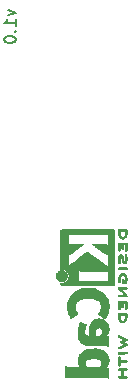
<source format=gbr>
%TF.GenerationSoftware,KiCad,Pcbnew,7.0.10*%
%TF.CreationDate,2024-02-15T23:55:06+08:00*%
%TF.ProjectId,Project 2 - Breadboard power supply,50726f6a-6563-4742-9032-202d20427265,rev?*%
%TF.SameCoordinates,Original*%
%TF.FileFunction,Legend,Bot*%
%TF.FilePolarity,Positive*%
%FSLAX46Y46*%
G04 Gerber Fmt 4.6, Leading zero omitted, Abs format (unit mm)*
G04 Created by KiCad (PCBNEW 7.0.10) date 2024-02-15 23:55:06*
%MOMM*%
%LPD*%
G01*
G04 APERTURE LIST*
%ADD10C,0.150000*%
%ADD11C,0.010000*%
G04 APERTURE END LIST*
D10*
X53853152Y-54491541D02*
X54519819Y-54729636D01*
X54519819Y-54729636D02*
X53853152Y-54967731D01*
X54519819Y-55872493D02*
X54519819Y-55301065D01*
X54519819Y-55586779D02*
X53519819Y-55586779D01*
X53519819Y-55586779D02*
X53662676Y-55491541D01*
X53662676Y-55491541D02*
X53757914Y-55396303D01*
X53757914Y-55396303D02*
X53805533Y-55301065D01*
X54424580Y-56301065D02*
X54472200Y-56348684D01*
X54472200Y-56348684D02*
X54519819Y-56301065D01*
X54519819Y-56301065D02*
X54472200Y-56253446D01*
X54472200Y-56253446D02*
X54424580Y-56301065D01*
X54424580Y-56301065D02*
X54519819Y-56301065D01*
X53519819Y-56967731D02*
X53519819Y-57062969D01*
X53519819Y-57062969D02*
X53567438Y-57158207D01*
X53567438Y-57158207D02*
X53615057Y-57205826D01*
X53615057Y-57205826D02*
X53710295Y-57253445D01*
X53710295Y-57253445D02*
X53900771Y-57301064D01*
X53900771Y-57301064D02*
X54138866Y-57301064D01*
X54138866Y-57301064D02*
X54329342Y-57253445D01*
X54329342Y-57253445D02*
X54424580Y-57205826D01*
X54424580Y-57205826D02*
X54472200Y-57158207D01*
X54472200Y-57158207D02*
X54519819Y-57062969D01*
X54519819Y-57062969D02*
X54519819Y-56967731D01*
X54519819Y-56967731D02*
X54472200Y-56872493D01*
X54472200Y-56872493D02*
X54424580Y-56824874D01*
X54424580Y-56824874D02*
X54329342Y-56777255D01*
X54329342Y-56777255D02*
X54138866Y-56729636D01*
X54138866Y-56729636D02*
X53900771Y-56729636D01*
X53900771Y-56729636D02*
X53710295Y-56777255D01*
X53710295Y-56777255D02*
X53615057Y-56824874D01*
X53615057Y-56824874D02*
X53567438Y-56872493D01*
X53567438Y-56872493D02*
X53519819Y-56967731D01*
%TO.C,REF\u002A\u002A*%
D11*
X61220158Y-83164732D02*
X61371594Y-83173311D01*
X61508283Y-83192167D01*
X61634276Y-83222163D01*
X61753625Y-83264164D01*
X61870381Y-83319031D01*
X61981179Y-83385833D01*
X62094739Y-83476637D01*
X62190211Y-83580292D01*
X62267073Y-83696113D01*
X62324797Y-83823414D01*
X62362858Y-83961511D01*
X62368666Y-83999207D01*
X62374396Y-84078248D01*
X62374583Y-84166371D01*
X62369539Y-84255764D01*
X62359578Y-84338616D01*
X62345012Y-84407113D01*
X62335364Y-84437965D01*
X62305123Y-84515270D01*
X62267617Y-84592321D01*
X62226614Y-84661800D01*
X62185879Y-84716385D01*
X62166505Y-84739084D01*
X62148662Y-84761799D01*
X62141778Y-84773221D01*
X62143424Y-84774463D01*
X62161205Y-84777272D01*
X62194370Y-84779224D01*
X62237733Y-84779955D01*
X62333689Y-84779955D01*
X62333689Y-85638104D01*
X62272974Y-85603839D01*
X62263868Y-85598645D01*
X62249249Y-85590285D01*
X62235173Y-85582712D01*
X62220540Y-85575888D01*
X62204249Y-85569773D01*
X62185198Y-85564327D01*
X62162286Y-85559513D01*
X62134413Y-85555292D01*
X62100478Y-85551623D01*
X62059379Y-85548469D01*
X62010015Y-85545789D01*
X61951286Y-85543546D01*
X61882090Y-85541701D01*
X61801326Y-85540213D01*
X61707894Y-85539045D01*
X61600692Y-85538156D01*
X61478620Y-85537509D01*
X61340576Y-85537064D01*
X61185459Y-85536782D01*
X61012168Y-85536625D01*
X60819603Y-85536552D01*
X60606662Y-85536526D01*
X60372245Y-85536507D01*
X58687378Y-85536311D01*
X58687378Y-84630983D01*
X58724067Y-84655415D01*
X58733647Y-84661682D01*
X58779981Y-84687792D01*
X58827102Y-84705531D01*
X58882251Y-84717092D01*
X58952667Y-84724669D01*
X58959650Y-84725161D01*
X58997641Y-84726938D01*
X59051576Y-84728556D01*
X59118703Y-84730001D01*
X59196271Y-84731260D01*
X59281528Y-84732320D01*
X59371724Y-84733171D01*
X59464107Y-84733797D01*
X59555925Y-84734188D01*
X59644427Y-84734330D01*
X59726862Y-84734210D01*
X59800479Y-84733817D01*
X59862526Y-84733138D01*
X59910251Y-84732159D01*
X59940904Y-84730868D01*
X59951733Y-84729253D01*
X59947333Y-84721043D01*
X59932362Y-84699353D01*
X59910448Y-84669986D01*
X59876236Y-84621121D01*
X59829714Y-84532875D01*
X59796046Y-84434084D01*
X59793231Y-84419557D01*
X60347465Y-84419557D01*
X60359389Y-84504681D01*
X60386040Y-84588867D01*
X60426962Y-84667392D01*
X60470530Y-84734800D01*
X61620721Y-84734800D01*
X61667089Y-84664244D01*
X61690791Y-84623583D01*
X61716639Y-84569454D01*
X61734829Y-84520311D01*
X61750551Y-84456835D01*
X61761541Y-84360669D01*
X61753365Y-84276100D01*
X61725805Y-84202781D01*
X61678642Y-84140363D01*
X61611658Y-84088498D01*
X61524633Y-84046840D01*
X61417350Y-84015038D01*
X61405009Y-84012455D01*
X61343772Y-84004000D01*
X61266692Y-83998337D01*
X61179002Y-83995424D01*
X61085934Y-83995217D01*
X60992720Y-83997670D01*
X60904594Y-84002739D01*
X60826788Y-84010381D01*
X60764533Y-84020552D01*
X60758666Y-84021833D01*
X60648121Y-84050874D01*
X60557575Y-84085390D01*
X60484953Y-84126544D01*
X60428181Y-84175501D01*
X60385184Y-84233426D01*
X60369615Y-84265380D01*
X60350722Y-84338216D01*
X60347465Y-84419557D01*
X59793231Y-84419557D01*
X59774231Y-84321490D01*
X59763265Y-84191836D01*
X59762219Y-84099330D01*
X59772014Y-83977989D01*
X59796174Y-83867901D01*
X59835785Y-83764611D01*
X59891932Y-83663662D01*
X59922883Y-83618497D01*
X60014115Y-83513089D01*
X60123106Y-83421462D01*
X60249726Y-83343668D01*
X60393845Y-83279759D01*
X60555332Y-83229786D01*
X60734059Y-83193802D01*
X60929895Y-83171857D01*
X61085934Y-83166100D01*
X61142711Y-83164006D01*
X61220158Y-83164732D01*
G36*
X61220158Y-83164732D02*
G01*
X61371594Y-83173311D01*
X61508283Y-83192167D01*
X61634276Y-83222163D01*
X61753625Y-83264164D01*
X61870381Y-83319031D01*
X61981179Y-83385833D01*
X62094739Y-83476637D01*
X62190211Y-83580292D01*
X62267073Y-83696113D01*
X62324797Y-83823414D01*
X62362858Y-83961511D01*
X62368666Y-83999207D01*
X62374396Y-84078248D01*
X62374583Y-84166371D01*
X62369539Y-84255764D01*
X62359578Y-84338616D01*
X62345012Y-84407113D01*
X62335364Y-84437965D01*
X62305123Y-84515270D01*
X62267617Y-84592321D01*
X62226614Y-84661800D01*
X62185879Y-84716385D01*
X62166505Y-84739084D01*
X62148662Y-84761799D01*
X62141778Y-84773221D01*
X62143424Y-84774463D01*
X62161205Y-84777272D01*
X62194370Y-84779224D01*
X62237733Y-84779955D01*
X62333689Y-84779955D01*
X62333689Y-85638104D01*
X62272974Y-85603839D01*
X62263868Y-85598645D01*
X62249249Y-85590285D01*
X62235173Y-85582712D01*
X62220540Y-85575888D01*
X62204249Y-85569773D01*
X62185198Y-85564327D01*
X62162286Y-85559513D01*
X62134413Y-85555292D01*
X62100478Y-85551623D01*
X62059379Y-85548469D01*
X62010015Y-85545789D01*
X61951286Y-85543546D01*
X61882090Y-85541701D01*
X61801326Y-85540213D01*
X61707894Y-85539045D01*
X61600692Y-85538156D01*
X61478620Y-85537509D01*
X61340576Y-85537064D01*
X61185459Y-85536782D01*
X61012168Y-85536625D01*
X60819603Y-85536552D01*
X60606662Y-85536526D01*
X60372245Y-85536507D01*
X58687378Y-85536311D01*
X58687378Y-84630983D01*
X58724067Y-84655415D01*
X58733647Y-84661682D01*
X58779981Y-84687792D01*
X58827102Y-84705531D01*
X58882251Y-84717092D01*
X58952667Y-84724669D01*
X58959650Y-84725161D01*
X58997641Y-84726938D01*
X59051576Y-84728556D01*
X59118703Y-84730001D01*
X59196271Y-84731260D01*
X59281528Y-84732320D01*
X59371724Y-84733171D01*
X59464107Y-84733797D01*
X59555925Y-84734188D01*
X59644427Y-84734330D01*
X59726862Y-84734210D01*
X59800479Y-84733817D01*
X59862526Y-84733138D01*
X59910251Y-84732159D01*
X59940904Y-84730868D01*
X59951733Y-84729253D01*
X59947333Y-84721043D01*
X59932362Y-84699353D01*
X59910448Y-84669986D01*
X59876236Y-84621121D01*
X59829714Y-84532875D01*
X59796046Y-84434084D01*
X59793231Y-84419557D01*
X60347465Y-84419557D01*
X60359389Y-84504681D01*
X60386040Y-84588867D01*
X60426962Y-84667392D01*
X60470530Y-84734800D01*
X61620721Y-84734800D01*
X61667089Y-84664244D01*
X61690791Y-84623583D01*
X61716639Y-84569454D01*
X61734829Y-84520311D01*
X61750551Y-84456835D01*
X61761541Y-84360669D01*
X61753365Y-84276100D01*
X61725805Y-84202781D01*
X61678642Y-84140363D01*
X61611658Y-84088498D01*
X61524633Y-84046840D01*
X61417350Y-84015038D01*
X61405009Y-84012455D01*
X61343772Y-84004000D01*
X61266692Y-83998337D01*
X61179002Y-83995424D01*
X61085934Y-83995217D01*
X60992720Y-83997670D01*
X60904594Y-84002739D01*
X60826788Y-84010381D01*
X60764533Y-84020552D01*
X60758666Y-84021833D01*
X60648121Y-84050874D01*
X60557575Y-84085390D01*
X60484953Y-84126544D01*
X60428181Y-84175501D01*
X60385184Y-84233426D01*
X60369615Y-84265380D01*
X60350722Y-84338216D01*
X60347465Y-84419557D01*
X59793231Y-84419557D01*
X59774231Y-84321490D01*
X59763265Y-84191836D01*
X59762219Y-84099330D01*
X59772014Y-83977989D01*
X59796174Y-83867901D01*
X59835785Y-83764611D01*
X59891932Y-83663662D01*
X59922883Y-83618497D01*
X60014115Y-83513089D01*
X60123106Y-83421462D01*
X60249726Y-83343668D01*
X60393845Y-83279759D01*
X60555332Y-83229786D01*
X60734059Y-83193802D01*
X60929895Y-83171857D01*
X61085934Y-83166100D01*
X61142711Y-83164006D01*
X61220158Y-83164732D01*
G37*
X63295178Y-83839083D02*
X63296631Y-83840443D01*
X63304992Y-83851646D01*
X63310547Y-83868748D01*
X63313840Y-83895918D01*
X63315418Y-83937322D01*
X63315822Y-83997127D01*
X63315822Y-84136489D01*
X63579589Y-84136489D01*
X63655417Y-84136564D01*
X63722083Y-84136972D01*
X63771867Y-84137954D01*
X63807784Y-84139750D01*
X63832850Y-84142601D01*
X63850081Y-84146747D01*
X63862492Y-84152429D01*
X63873100Y-84159886D01*
X63875906Y-84162176D01*
X63898548Y-84193354D01*
X63900112Y-84227734D01*
X63880267Y-84260666D01*
X63872191Y-84267645D01*
X63861593Y-84273117D01*
X63845749Y-84277137D01*
X63821773Y-84279928D01*
X63786774Y-84281712D01*
X63737864Y-84282711D01*
X63672154Y-84283148D01*
X63586756Y-84283244D01*
X63315822Y-84283244D01*
X63315822Y-84429180D01*
X63315821Y-84440280D01*
X63315596Y-84496798D01*
X63314457Y-84535642D01*
X63311657Y-84561035D01*
X63306450Y-84577196D01*
X63298089Y-84588348D01*
X63285826Y-84598711D01*
X63255138Y-84614559D01*
X63221358Y-84611457D01*
X63188822Y-84585813D01*
X63185105Y-84580871D01*
X63180269Y-84570662D01*
X63176506Y-84555236D01*
X63173683Y-84532114D01*
X63171670Y-84498817D01*
X63170333Y-84452863D01*
X63169542Y-84391772D01*
X63169163Y-84313065D01*
X63169067Y-84214260D01*
X63169068Y-84194233D01*
X63169158Y-84100110D01*
X63169498Y-84025595D01*
X63170239Y-83968189D01*
X63171535Y-83925389D01*
X63173537Y-83894696D01*
X63176396Y-83873609D01*
X63180266Y-83859627D01*
X63185298Y-83850250D01*
X63191645Y-83842978D01*
X63224362Y-83824172D01*
X63261939Y-83822725D01*
X63295178Y-83839083D01*
G36*
X63295178Y-83839083D02*
G01*
X63296631Y-83840443D01*
X63304992Y-83851646D01*
X63310547Y-83868748D01*
X63313840Y-83895918D01*
X63315418Y-83937322D01*
X63315822Y-83997127D01*
X63315822Y-84136489D01*
X63579589Y-84136489D01*
X63655417Y-84136564D01*
X63722083Y-84136972D01*
X63771867Y-84137954D01*
X63807784Y-84139750D01*
X63832850Y-84142601D01*
X63850081Y-84146747D01*
X63862492Y-84152429D01*
X63873100Y-84159886D01*
X63875906Y-84162176D01*
X63898548Y-84193354D01*
X63900112Y-84227734D01*
X63880267Y-84260666D01*
X63872191Y-84267645D01*
X63861593Y-84273117D01*
X63845749Y-84277137D01*
X63821773Y-84279928D01*
X63786774Y-84281712D01*
X63737864Y-84282711D01*
X63672154Y-84283148D01*
X63586756Y-84283244D01*
X63315822Y-84283244D01*
X63315822Y-84429180D01*
X63315821Y-84440280D01*
X63315596Y-84496798D01*
X63314457Y-84535642D01*
X63311657Y-84561035D01*
X63306450Y-84577196D01*
X63298089Y-84588348D01*
X63285826Y-84598711D01*
X63255138Y-84614559D01*
X63221358Y-84611457D01*
X63188822Y-84585813D01*
X63185105Y-84580871D01*
X63180269Y-84570662D01*
X63176506Y-84555236D01*
X63173683Y-84532114D01*
X63171670Y-84498817D01*
X63170333Y-84452863D01*
X63169542Y-84391772D01*
X63169163Y-84313065D01*
X63169067Y-84214260D01*
X63169068Y-84194233D01*
X63169158Y-84100110D01*
X63169498Y-84025595D01*
X63170239Y-83968189D01*
X63171535Y-83925389D01*
X63173537Y-83894696D01*
X63176396Y-83873609D01*
X63180266Y-83859627D01*
X63185298Y-83850250D01*
X63191645Y-83842978D01*
X63224362Y-83824172D01*
X63261939Y-83822725D01*
X63295178Y-83839083D01*
G37*
X63535956Y-73073378D02*
X63611617Y-73073417D01*
X63689526Y-73073672D01*
X63749536Y-73074316D01*
X63794264Y-73075520D01*
X63826326Y-73077457D01*
X63848340Y-73080297D01*
X63862924Y-73084212D01*
X63872694Y-73089374D01*
X63880267Y-73095955D01*
X63886501Y-73102923D01*
X63893801Y-73115921D01*
X63898554Y-73135069D01*
X63901292Y-73164472D01*
X63902545Y-73208238D01*
X63902845Y-73270472D01*
X63902469Y-73319418D01*
X63898041Y-73426278D01*
X63887953Y-73515506D01*
X63871365Y-73590304D01*
X63847435Y-73653875D01*
X63815321Y-73709421D01*
X63774182Y-73760146D01*
X63768330Y-73766134D01*
X63719821Y-73803001D01*
X63659013Y-73834101D01*
X63594769Y-73855583D01*
X63535956Y-73863600D01*
X63514739Y-73862321D01*
X63457323Y-73850009D01*
X63397413Y-73827480D01*
X63343363Y-73798250D01*
X63303532Y-73765833D01*
X63286510Y-73746292D01*
X63247322Y-73691580D01*
X63217193Y-73631277D01*
X63195232Y-73562081D01*
X63180550Y-73480689D01*
X63172259Y-73383800D01*
X63170148Y-73296333D01*
X63315808Y-73296333D01*
X63315817Y-73299361D01*
X63317782Y-73350481D01*
X63322507Y-73410584D01*
X63329035Y-73467292D01*
X63338331Y-73517250D01*
X63364600Y-73592002D01*
X63403899Y-73649511D01*
X63456933Y-73691012D01*
X63508200Y-73712229D01*
X63556026Y-73713647D01*
X63606961Y-73695365D01*
X63652878Y-73665695D01*
X63695287Y-73618998D01*
X63725090Y-73557608D01*
X63744226Y-73478462D01*
X63744464Y-73476972D01*
X63750256Y-73428001D01*
X63754396Y-73369307D01*
X63756004Y-73313266D01*
X63756089Y-73220133D01*
X63315822Y-73220133D01*
X63315808Y-73296333D01*
X63170148Y-73296333D01*
X63169467Y-73268111D01*
X63169066Y-73228629D01*
X63168653Y-73182918D01*
X63170457Y-73147117D01*
X63176739Y-73120026D01*
X63189759Y-73100444D01*
X63211778Y-73087170D01*
X63245055Y-73079002D01*
X63291851Y-73074740D01*
X63315822Y-73074143D01*
X63354427Y-73073183D01*
X63435041Y-73073130D01*
X63535956Y-73073378D01*
G36*
X63535956Y-73073378D02*
G01*
X63611617Y-73073417D01*
X63689526Y-73073672D01*
X63749536Y-73074316D01*
X63794264Y-73075520D01*
X63826326Y-73077457D01*
X63848340Y-73080297D01*
X63862924Y-73084212D01*
X63872694Y-73089374D01*
X63880267Y-73095955D01*
X63886501Y-73102923D01*
X63893801Y-73115921D01*
X63898554Y-73135069D01*
X63901292Y-73164472D01*
X63902545Y-73208238D01*
X63902845Y-73270472D01*
X63902469Y-73319418D01*
X63898041Y-73426278D01*
X63887953Y-73515506D01*
X63871365Y-73590304D01*
X63847435Y-73653875D01*
X63815321Y-73709421D01*
X63774182Y-73760146D01*
X63768330Y-73766134D01*
X63719821Y-73803001D01*
X63659013Y-73834101D01*
X63594769Y-73855583D01*
X63535956Y-73863600D01*
X63514739Y-73862321D01*
X63457323Y-73850009D01*
X63397413Y-73827480D01*
X63343363Y-73798250D01*
X63303532Y-73765833D01*
X63286510Y-73746292D01*
X63247322Y-73691580D01*
X63217193Y-73631277D01*
X63195232Y-73562081D01*
X63180550Y-73480689D01*
X63172259Y-73383800D01*
X63170148Y-73296333D01*
X63315808Y-73296333D01*
X63315817Y-73299361D01*
X63317782Y-73350481D01*
X63322507Y-73410584D01*
X63329035Y-73467292D01*
X63338331Y-73517250D01*
X63364600Y-73592002D01*
X63403899Y-73649511D01*
X63456933Y-73691012D01*
X63508200Y-73712229D01*
X63556026Y-73713647D01*
X63606961Y-73695365D01*
X63652878Y-73665695D01*
X63695287Y-73618998D01*
X63725090Y-73557608D01*
X63744226Y-73478462D01*
X63744464Y-73476972D01*
X63750256Y-73428001D01*
X63754396Y-73369307D01*
X63756004Y-73313266D01*
X63756089Y-73220133D01*
X63315822Y-73220133D01*
X63315808Y-73296333D01*
X63170148Y-73296333D01*
X63169467Y-73268111D01*
X63169066Y-73228629D01*
X63168653Y-73182918D01*
X63170457Y-73147117D01*
X63176739Y-73120026D01*
X63189759Y-73100444D01*
X63211778Y-73087170D01*
X63245055Y-73079002D01*
X63291851Y-73074740D01*
X63315822Y-73074143D01*
X63354427Y-73073183D01*
X63435041Y-73073130D01*
X63535956Y-73073378D01*
G37*
X63251915Y-82054772D02*
X63286481Y-82067636D01*
X63334826Y-82087395D01*
X63393825Y-82112619D01*
X63460355Y-82141881D01*
X63531291Y-82173750D01*
X63603507Y-82206799D01*
X63673880Y-82239599D01*
X63739285Y-82270720D01*
X63796597Y-82298735D01*
X63842692Y-82322214D01*
X63874446Y-82339728D01*
X63888733Y-82349849D01*
X63902102Y-82384257D01*
X63895741Y-82425954D01*
X63891044Y-82431319D01*
X63868893Y-82447148D01*
X63832132Y-82469350D01*
X63784415Y-82495767D01*
X63729393Y-82524240D01*
X63570150Y-82604014D01*
X63716742Y-82677201D01*
X63736032Y-82686897D01*
X63788380Y-82713875D01*
X63833170Y-82737904D01*
X63866154Y-82756668D01*
X63883089Y-82767854D01*
X63884332Y-82769000D01*
X63899619Y-82797121D01*
X63901302Y-82832183D01*
X63888733Y-82863224D01*
X63885884Y-82865650D01*
X63865259Y-82877910D01*
X63827708Y-82897648D01*
X63775880Y-82923552D01*
X63712423Y-82954315D01*
X63639985Y-82988625D01*
X63561216Y-83025175D01*
X63517093Y-83045415D01*
X63436365Y-83082188D01*
X63372687Y-83110645D01*
X63323752Y-83131669D01*
X63287257Y-83146146D01*
X63260895Y-83154961D01*
X63242361Y-83158996D01*
X63229352Y-83159138D01*
X63219561Y-83156270D01*
X63198678Y-83141613D01*
X63178377Y-83115010D01*
X63178035Y-83114255D01*
X63171034Y-83094665D01*
X63170504Y-83077210D01*
X63178478Y-83060298D01*
X63196989Y-83042337D01*
X63228071Y-83021737D01*
X63273756Y-82996905D01*
X63336078Y-82966250D01*
X63417071Y-82928180D01*
X63448454Y-82913546D01*
X63511638Y-82883797D01*
X63566244Y-82857703D01*
X63609290Y-82836708D01*
X63637793Y-82822261D01*
X63648770Y-82815809D01*
X63648189Y-82814450D01*
X63634242Y-82804458D01*
X63604704Y-82787167D01*
X63563087Y-82764570D01*
X63512903Y-82738662D01*
X63481414Y-82722689D01*
X63426061Y-82693739D01*
X63387044Y-82671251D01*
X63361566Y-82653035D01*
X63346831Y-82636904D01*
X63340042Y-82620670D01*
X63338400Y-82602143D01*
X63338875Y-82591640D01*
X63343082Y-82575524D01*
X63353946Y-82560210D01*
X63374219Y-82543612D01*
X63406654Y-82523643D01*
X63454004Y-82498217D01*
X63519022Y-82465248D01*
X63538277Y-82455515D01*
X63584946Y-82431057D01*
X63621109Y-82410822D01*
X63643497Y-82396689D01*
X63648845Y-82390540D01*
X63645573Y-82389173D01*
X63624664Y-82379798D01*
X63587725Y-82362938D01*
X63537874Y-82340021D01*
X63478226Y-82312480D01*
X63411898Y-82281745D01*
X63354677Y-82255030D01*
X63292688Y-82225407D01*
X63246949Y-82202336D01*
X63214908Y-82184357D01*
X63194014Y-82170010D01*
X63181718Y-82157834D01*
X63175466Y-82146368D01*
X63172574Y-82136958D01*
X63172425Y-82111853D01*
X63187768Y-82084710D01*
X63188753Y-82083410D01*
X63211388Y-82061326D01*
X63233613Y-82050277D01*
X63234253Y-82050231D01*
X63251915Y-82054772D01*
G36*
X63251915Y-82054772D02*
G01*
X63286481Y-82067636D01*
X63334826Y-82087395D01*
X63393825Y-82112619D01*
X63460355Y-82141881D01*
X63531291Y-82173750D01*
X63603507Y-82206799D01*
X63673880Y-82239599D01*
X63739285Y-82270720D01*
X63796597Y-82298735D01*
X63842692Y-82322214D01*
X63874446Y-82339728D01*
X63888733Y-82349849D01*
X63902102Y-82384257D01*
X63895741Y-82425954D01*
X63891044Y-82431319D01*
X63868893Y-82447148D01*
X63832132Y-82469350D01*
X63784415Y-82495767D01*
X63729393Y-82524240D01*
X63570150Y-82604014D01*
X63716742Y-82677201D01*
X63736032Y-82686897D01*
X63788380Y-82713875D01*
X63833170Y-82737904D01*
X63866154Y-82756668D01*
X63883089Y-82767854D01*
X63884332Y-82769000D01*
X63899619Y-82797121D01*
X63901302Y-82832183D01*
X63888733Y-82863224D01*
X63885884Y-82865650D01*
X63865259Y-82877910D01*
X63827708Y-82897648D01*
X63775880Y-82923552D01*
X63712423Y-82954315D01*
X63639985Y-82988625D01*
X63561216Y-83025175D01*
X63517093Y-83045415D01*
X63436365Y-83082188D01*
X63372687Y-83110645D01*
X63323752Y-83131669D01*
X63287257Y-83146146D01*
X63260895Y-83154961D01*
X63242361Y-83158996D01*
X63229352Y-83159138D01*
X63219561Y-83156270D01*
X63198678Y-83141613D01*
X63178377Y-83115010D01*
X63178035Y-83114255D01*
X63171034Y-83094665D01*
X63170504Y-83077210D01*
X63178478Y-83060298D01*
X63196989Y-83042337D01*
X63228071Y-83021737D01*
X63273756Y-82996905D01*
X63336078Y-82966250D01*
X63417071Y-82928180D01*
X63448454Y-82913546D01*
X63511638Y-82883797D01*
X63566244Y-82857703D01*
X63609290Y-82836708D01*
X63637793Y-82822261D01*
X63648770Y-82815809D01*
X63648189Y-82814450D01*
X63634242Y-82804458D01*
X63604704Y-82787167D01*
X63563087Y-82764570D01*
X63512903Y-82738662D01*
X63481414Y-82722689D01*
X63426061Y-82693739D01*
X63387044Y-82671251D01*
X63361566Y-82653035D01*
X63346831Y-82636904D01*
X63340042Y-82620670D01*
X63338400Y-82602143D01*
X63338875Y-82591640D01*
X63343082Y-82575524D01*
X63353946Y-82560210D01*
X63374219Y-82543612D01*
X63406654Y-82523643D01*
X63454004Y-82498217D01*
X63519022Y-82465248D01*
X63538277Y-82455515D01*
X63584946Y-82431057D01*
X63621109Y-82410822D01*
X63643497Y-82396689D01*
X63648845Y-82390540D01*
X63645573Y-82389173D01*
X63624664Y-82379798D01*
X63587725Y-82362938D01*
X63537874Y-82340021D01*
X63478226Y-82312480D01*
X63411898Y-82281745D01*
X63354677Y-82255030D01*
X63292688Y-82225407D01*
X63246949Y-82202336D01*
X63214908Y-82184357D01*
X63194014Y-82170010D01*
X63181718Y-82157834D01*
X63175466Y-82146368D01*
X63172574Y-82136958D01*
X63172425Y-82111853D01*
X63187768Y-82084710D01*
X63188753Y-82083410D01*
X63211388Y-82061326D01*
X63233613Y-82050277D01*
X63234253Y-82050231D01*
X63251915Y-82054772D01*
G37*
X61521295Y-73073313D02*
X61701535Y-73073407D01*
X61864015Y-73073605D01*
X62009670Y-73073937D01*
X62139434Y-73074431D01*
X62254243Y-73075117D01*
X62355030Y-73076024D01*
X62442730Y-73077183D01*
X62518279Y-73078622D01*
X62582611Y-73080371D01*
X62636661Y-73082460D01*
X62681363Y-73084917D01*
X62717652Y-73087773D01*
X62746463Y-73091057D01*
X62768731Y-73094798D01*
X62785390Y-73099026D01*
X62797375Y-73103771D01*
X62805621Y-73109061D01*
X62811062Y-73114927D01*
X62814634Y-73121398D01*
X62817270Y-73128503D01*
X62819906Y-73136272D01*
X62823477Y-73144734D01*
X62825145Y-73149092D01*
X62827111Y-73157605D01*
X62828911Y-73170306D01*
X62830555Y-73188115D01*
X62832047Y-73211951D01*
X62833397Y-73242734D01*
X62834611Y-73281383D01*
X62835697Y-73328818D01*
X62836661Y-73385957D01*
X62837511Y-73453721D01*
X62838253Y-73533029D01*
X62838897Y-73624801D01*
X62839447Y-73729956D01*
X62839913Y-73849413D01*
X62840300Y-73984092D01*
X62840616Y-74134912D01*
X62840869Y-74302794D01*
X62841066Y-74488655D01*
X62841213Y-74693417D01*
X62841318Y-74917998D01*
X62841389Y-75163318D01*
X62841432Y-75430296D01*
X62841437Y-75468679D01*
X62841480Y-75734078D01*
X62841525Y-75977950D01*
X62841548Y-76201217D01*
X62841524Y-76404804D01*
X62841430Y-76589633D01*
X62841243Y-76756627D01*
X62840939Y-76906710D01*
X62840494Y-77040804D01*
X62839885Y-77159834D01*
X62839089Y-77264721D01*
X62838080Y-77356390D01*
X62836837Y-77435763D01*
X62835335Y-77503763D01*
X62833551Y-77561314D01*
X62831461Y-77609338D01*
X62829042Y-77648760D01*
X62826270Y-77680501D01*
X62823121Y-77705486D01*
X62819572Y-77724636D01*
X62815598Y-77738877D01*
X62811178Y-77749129D01*
X62806286Y-77756318D01*
X62800900Y-77761365D01*
X62794996Y-77765195D01*
X62788549Y-77768729D01*
X62781537Y-77772892D01*
X62779687Y-77773975D01*
X62774180Y-77776187D01*
X62765868Y-77778214D01*
X62753809Y-77780062D01*
X62737063Y-77781739D01*
X62714687Y-77783255D01*
X62685740Y-77784617D01*
X62649280Y-77785833D01*
X62604367Y-77786911D01*
X62550057Y-77787860D01*
X62485410Y-77788688D01*
X62409484Y-77789403D01*
X62321338Y-77790013D01*
X62220029Y-77790526D01*
X62104617Y-77790950D01*
X61974160Y-77791294D01*
X61827716Y-77791566D01*
X61664344Y-77791773D01*
X61483101Y-77791924D01*
X61283048Y-77792028D01*
X61063241Y-77792092D01*
X60822739Y-77792124D01*
X60560602Y-77792133D01*
X58369031Y-77792133D01*
X58330649Y-77753751D01*
X58306911Y-77726645D01*
X58295111Y-77699747D01*
X58292267Y-77663440D01*
X58292267Y-77611511D01*
X58380206Y-77611511D01*
X58430102Y-77609573D01*
X58540523Y-77590801D01*
X58641987Y-77553783D01*
X58733152Y-77500631D01*
X58812673Y-77433454D01*
X58834249Y-77407805D01*
X59804978Y-77407805D01*
X60981845Y-77410880D01*
X62158711Y-77413955D01*
X62217622Y-77440593D01*
X62242183Y-77452515D01*
X62272434Y-77469754D01*
X62289560Y-77482926D01*
X62297591Y-77490924D01*
X62312493Y-77498622D01*
X62313765Y-77494740D01*
X62315791Y-77471480D01*
X62317626Y-77429126D01*
X62319227Y-77369868D01*
X62320549Y-77295893D01*
X62321548Y-77209390D01*
X62322180Y-77112548D01*
X62322400Y-77007555D01*
X62322349Y-76938644D01*
X62322091Y-76840393D01*
X62321637Y-76750970D01*
X62321010Y-76672667D01*
X62320235Y-76607777D01*
X62319335Y-76558589D01*
X62318334Y-76527396D01*
X62317257Y-76516489D01*
X62314037Y-76517678D01*
X62296452Y-76527824D01*
X62270158Y-76544960D01*
X62257691Y-76553460D01*
X62243622Y-76562671D01*
X62229351Y-76570767D01*
X62213479Y-76577815D01*
X62194609Y-76583883D01*
X62171341Y-76589039D01*
X62142278Y-76593349D01*
X62106021Y-76596881D01*
X62061170Y-76599703D01*
X62006328Y-76601882D01*
X61940097Y-76603486D01*
X61861077Y-76604581D01*
X61767871Y-76605235D01*
X61659079Y-76605516D01*
X61533303Y-76605491D01*
X61389145Y-76605228D01*
X61225207Y-76604794D01*
X61040089Y-76604255D01*
X60861232Y-76603721D01*
X60702374Y-76603195D01*
X60563316Y-76602650D01*
X60442665Y-76602055D01*
X60339028Y-76601381D01*
X60251011Y-76600597D01*
X60177223Y-76599674D01*
X60116269Y-76598581D01*
X60066757Y-76597288D01*
X60027293Y-76595765D01*
X59996484Y-76593981D01*
X59972938Y-76591908D01*
X59955260Y-76589514D01*
X59942059Y-76586770D01*
X59931940Y-76583644D01*
X59923511Y-76580108D01*
X59915375Y-76576209D01*
X59878544Y-76556562D01*
X59848391Y-76537775D01*
X59846908Y-76536728D01*
X59824659Y-76522398D01*
X59811702Y-76516489D01*
X59811249Y-76517496D01*
X59809803Y-76534695D01*
X59808480Y-76571344D01*
X59807316Y-76625038D01*
X59806347Y-76693370D01*
X59805611Y-76773936D01*
X59805142Y-76864330D01*
X59804978Y-76962147D01*
X59804978Y-77407805D01*
X58834249Y-77407805D01*
X58879205Y-77354362D01*
X58931406Y-77265466D01*
X58967930Y-77168875D01*
X58987434Y-77066700D01*
X58988573Y-76961050D01*
X58970005Y-76854036D01*
X58930384Y-76747768D01*
X58872516Y-76650781D01*
X58797684Y-76565707D01*
X58709615Y-76496985D01*
X58610616Y-76446082D01*
X58502993Y-76414465D01*
X58389054Y-76403600D01*
X58292267Y-76403600D01*
X58292267Y-74783247D01*
X58292280Y-74572103D01*
X58292330Y-74367980D01*
X58292430Y-74184314D01*
X58292592Y-74020009D01*
X58292829Y-73873971D01*
X58293153Y-73745106D01*
X58293575Y-73632317D01*
X58294109Y-73534512D01*
X58294767Y-73450596D01*
X58295561Y-73379473D01*
X58295588Y-73377803D01*
X58901867Y-73377803D01*
X58901867Y-74437686D01*
X58964966Y-74399689D01*
X58990005Y-74385007D01*
X59017586Y-74370469D01*
X59045700Y-74358373D01*
X59076551Y-74348468D01*
X59112344Y-74340506D01*
X59155283Y-74334239D01*
X59207574Y-74329418D01*
X59271419Y-74325794D01*
X59349025Y-74323119D01*
X59442594Y-74321143D01*
X59554333Y-74319618D01*
X59686445Y-74318296D01*
X59806434Y-74317387D01*
X59923063Y-74316980D01*
X60018531Y-74317233D01*
X60092556Y-74318143D01*
X60144855Y-74319707D01*
X60175149Y-74321921D01*
X60183156Y-74324780D01*
X60179858Y-74327839D01*
X60158408Y-74345994D01*
X60121889Y-74375725D01*
X60072442Y-74415361D01*
X60012207Y-74463229D01*
X59943327Y-74517657D01*
X59867943Y-74576973D01*
X59788196Y-74639505D01*
X59706228Y-74703579D01*
X59624180Y-74767525D01*
X59544194Y-74829669D01*
X59468411Y-74888339D01*
X59398973Y-74941863D01*
X59338021Y-74988570D01*
X59287696Y-75026786D01*
X59250140Y-75054839D01*
X59227495Y-75071057D01*
X59155212Y-75116365D01*
X59075463Y-75156339D01*
X59007188Y-75177870D01*
X58949844Y-75181173D01*
X58901867Y-75175884D01*
X58902117Y-76307644D01*
X58932722Y-76268133D01*
X58940089Y-76258752D01*
X58994438Y-76195817D01*
X59062259Y-76127003D01*
X59145516Y-76050404D01*
X59246178Y-75964112D01*
X59266847Y-75946948D01*
X59316409Y-75906167D01*
X59377326Y-75856412D01*
X59447898Y-75799045D01*
X59526424Y-75735431D01*
X59611204Y-75666931D01*
X59700537Y-75594910D01*
X59792722Y-75520730D01*
X59811702Y-75505483D01*
X59886060Y-75445754D01*
X59978848Y-75371347D01*
X60069388Y-75298869D01*
X60155978Y-75229686D01*
X60236918Y-75165159D01*
X60310506Y-75106653D01*
X60375044Y-75055530D01*
X60428829Y-75013153D01*
X60470162Y-74980885D01*
X60497342Y-74960090D01*
X60508668Y-74952131D01*
X60512771Y-74953889D01*
X60533334Y-74966770D01*
X60569561Y-74991115D01*
X60619824Y-75025753D01*
X60682492Y-75069514D01*
X60755936Y-75121225D01*
X60838527Y-75179716D01*
X60928636Y-75243816D01*
X61024631Y-75312354D01*
X61124885Y-75384157D01*
X61227768Y-75458056D01*
X61331650Y-75532879D01*
X61434901Y-75607455D01*
X61535892Y-75680613D01*
X61632994Y-75751181D01*
X61724577Y-75817989D01*
X61809011Y-75879865D01*
X61884667Y-75935639D01*
X61949916Y-75984138D01*
X62003128Y-76024193D01*
X62042673Y-76054631D01*
X62068026Y-76075056D01*
X62122295Y-76121101D01*
X62178775Y-76171388D01*
X62228669Y-76218185D01*
X62322400Y-76309349D01*
X62322400Y-75154910D01*
X62246200Y-75155544D01*
X62204160Y-75154426D01*
X62168334Y-75148696D01*
X62130772Y-75136110D01*
X62082577Y-75114432D01*
X62075897Y-75111211D01*
X62026359Y-75085812D01*
X61978369Y-75059004D01*
X61941466Y-75036083D01*
X61934834Y-75031515D01*
X61903593Y-75009484D01*
X61858654Y-74977307D01*
X61802147Y-74936543D01*
X61736204Y-74888755D01*
X61662957Y-74835502D01*
X61584536Y-74778345D01*
X61503072Y-74718845D01*
X61420698Y-74658563D01*
X61339544Y-74599060D01*
X61261742Y-74541895D01*
X61189423Y-74488630D01*
X61124718Y-74440826D01*
X61069759Y-74400043D01*
X61026676Y-74367842D01*
X60997602Y-74345784D01*
X60984667Y-74335429D01*
X60980351Y-74330956D01*
X60978312Y-74326764D01*
X60980926Y-74323357D01*
X60989986Y-74320675D01*
X61007285Y-74318659D01*
X61034614Y-74317252D01*
X61073765Y-74316395D01*
X61126533Y-74316030D01*
X61194707Y-74316097D01*
X61280082Y-74316540D01*
X61384449Y-74317298D01*
X61509600Y-74318315D01*
X61554300Y-74318692D01*
X61675395Y-74319831D01*
X61776688Y-74321028D01*
X61860262Y-74322364D01*
X61928204Y-74323923D01*
X61982599Y-74325785D01*
X62025532Y-74328034D01*
X62059089Y-74330752D01*
X62085355Y-74334021D01*
X62106416Y-74337922D01*
X62124357Y-74342539D01*
X62150770Y-74350808D01*
X62212772Y-74374417D01*
X62265573Y-74400315D01*
X62302645Y-74425465D01*
X62304075Y-74426661D01*
X62308424Y-74428832D01*
X62312026Y-74426672D01*
X62314951Y-74418356D01*
X62317269Y-74402060D01*
X62319051Y-74375959D01*
X62320367Y-74338229D01*
X62321286Y-74287044D01*
X62321878Y-74220580D01*
X62322215Y-74137013D01*
X62322365Y-74034517D01*
X62322400Y-73911268D01*
X62322400Y-73379704D01*
X62264783Y-73418477D01*
X62255893Y-73424568D01*
X62241069Y-73435024D01*
X62227422Y-73444421D01*
X62213765Y-73452817D01*
X62198911Y-73460267D01*
X62181670Y-73466827D01*
X62160855Y-73472554D01*
X62135280Y-73477505D01*
X62103755Y-73481734D01*
X62065093Y-73485299D01*
X62018107Y-73488256D01*
X61961608Y-73490660D01*
X61894409Y-73492569D01*
X61815322Y-73494038D01*
X61723160Y-73495124D01*
X61616734Y-73495882D01*
X61494857Y-73496370D01*
X61356341Y-73496642D01*
X61199999Y-73496757D01*
X61024642Y-73496769D01*
X60829082Y-73496735D01*
X60612133Y-73496711D01*
X60489513Y-73496720D01*
X60284447Y-73496757D01*
X60100116Y-73496773D01*
X59935334Y-73496712D01*
X59788916Y-73496516D01*
X59659674Y-73496130D01*
X59546422Y-73495495D01*
X59447975Y-73494556D01*
X59363144Y-73493255D01*
X59290744Y-73491536D01*
X59229589Y-73489341D01*
X59178492Y-73486615D01*
X59136267Y-73483299D01*
X59101727Y-73479338D01*
X59073686Y-73474675D01*
X59050958Y-73469253D01*
X59032356Y-73463014D01*
X59016693Y-73455903D01*
X59002784Y-73447862D01*
X58989441Y-73438834D01*
X58975479Y-73428764D01*
X58959711Y-73417593D01*
X58901867Y-73377803D01*
X58295588Y-73377803D01*
X58296504Y-73320050D01*
X58297608Y-73271232D01*
X58298884Y-73231923D01*
X58300347Y-73201031D01*
X58302007Y-73177459D01*
X58303878Y-73160114D01*
X58305972Y-73147901D01*
X58308300Y-73139725D01*
X58310876Y-73134492D01*
X58314445Y-73128496D01*
X58317978Y-73121721D01*
X58321488Y-73115522D01*
X58325918Y-73109874D01*
X58332208Y-73104753D01*
X58341301Y-73100131D01*
X58354139Y-73095985D01*
X58371662Y-73092287D01*
X58394813Y-73089013D01*
X58424534Y-73086137D01*
X58461765Y-73083633D01*
X58507449Y-73081476D01*
X58562527Y-73079640D01*
X58627941Y-73078100D01*
X58704633Y-73076830D01*
X58793544Y-73075805D01*
X58895617Y-73074999D01*
X58901867Y-73074966D01*
X59011792Y-73074386D01*
X59143011Y-73073941D01*
X59290216Y-73073638D01*
X59454349Y-73073452D01*
X59636352Y-73073358D01*
X59837165Y-73073329D01*
X60057732Y-73073339D01*
X60298992Y-73073364D01*
X60561889Y-73073378D01*
X60604040Y-73073378D01*
X60864668Y-73073354D01*
X61103796Y-73073315D01*
X61322360Y-73073292D01*
X61521295Y-73073313D01*
G36*
X61521295Y-73073313D02*
G01*
X61701535Y-73073407D01*
X61864015Y-73073605D01*
X62009670Y-73073937D01*
X62139434Y-73074431D01*
X62254243Y-73075117D01*
X62355030Y-73076024D01*
X62442730Y-73077183D01*
X62518279Y-73078622D01*
X62582611Y-73080371D01*
X62636661Y-73082460D01*
X62681363Y-73084917D01*
X62717652Y-73087773D01*
X62746463Y-73091057D01*
X62768731Y-73094798D01*
X62785390Y-73099026D01*
X62797375Y-73103771D01*
X62805621Y-73109061D01*
X62811062Y-73114927D01*
X62814634Y-73121398D01*
X62817270Y-73128503D01*
X62819906Y-73136272D01*
X62823477Y-73144734D01*
X62825145Y-73149092D01*
X62827111Y-73157605D01*
X62828911Y-73170306D01*
X62830555Y-73188115D01*
X62832047Y-73211951D01*
X62833397Y-73242734D01*
X62834611Y-73281383D01*
X62835697Y-73328818D01*
X62836661Y-73385957D01*
X62837511Y-73453721D01*
X62838253Y-73533029D01*
X62838897Y-73624801D01*
X62839447Y-73729956D01*
X62839913Y-73849413D01*
X62840300Y-73984092D01*
X62840616Y-74134912D01*
X62840869Y-74302794D01*
X62841066Y-74488655D01*
X62841213Y-74693417D01*
X62841318Y-74917998D01*
X62841389Y-75163318D01*
X62841432Y-75430296D01*
X62841437Y-75468679D01*
X62841480Y-75734078D01*
X62841525Y-75977950D01*
X62841548Y-76201217D01*
X62841524Y-76404804D01*
X62841430Y-76589633D01*
X62841243Y-76756627D01*
X62840939Y-76906710D01*
X62840494Y-77040804D01*
X62839885Y-77159834D01*
X62839089Y-77264721D01*
X62838080Y-77356390D01*
X62836837Y-77435763D01*
X62835335Y-77503763D01*
X62833551Y-77561314D01*
X62831461Y-77609338D01*
X62829042Y-77648760D01*
X62826270Y-77680501D01*
X62823121Y-77705486D01*
X62819572Y-77724636D01*
X62815598Y-77738877D01*
X62811178Y-77749129D01*
X62806286Y-77756318D01*
X62800900Y-77761365D01*
X62794996Y-77765195D01*
X62788549Y-77768729D01*
X62781537Y-77772892D01*
X62779687Y-77773975D01*
X62774180Y-77776187D01*
X62765868Y-77778214D01*
X62753809Y-77780062D01*
X62737063Y-77781739D01*
X62714687Y-77783255D01*
X62685740Y-77784617D01*
X62649280Y-77785833D01*
X62604367Y-77786911D01*
X62550057Y-77787860D01*
X62485410Y-77788688D01*
X62409484Y-77789403D01*
X62321338Y-77790013D01*
X62220029Y-77790526D01*
X62104617Y-77790950D01*
X61974160Y-77791294D01*
X61827716Y-77791566D01*
X61664344Y-77791773D01*
X61483101Y-77791924D01*
X61283048Y-77792028D01*
X61063241Y-77792092D01*
X60822739Y-77792124D01*
X60560602Y-77792133D01*
X58369031Y-77792133D01*
X58330649Y-77753751D01*
X58306911Y-77726645D01*
X58295111Y-77699747D01*
X58292267Y-77663440D01*
X58292267Y-77611511D01*
X58380206Y-77611511D01*
X58430102Y-77609573D01*
X58540523Y-77590801D01*
X58641987Y-77553783D01*
X58733152Y-77500631D01*
X58812673Y-77433454D01*
X58834249Y-77407805D01*
X59804978Y-77407805D01*
X60981845Y-77410880D01*
X62158711Y-77413955D01*
X62217622Y-77440593D01*
X62242183Y-77452515D01*
X62272434Y-77469754D01*
X62289560Y-77482926D01*
X62297591Y-77490924D01*
X62312493Y-77498622D01*
X62313765Y-77494740D01*
X62315791Y-77471480D01*
X62317626Y-77429126D01*
X62319227Y-77369868D01*
X62320549Y-77295893D01*
X62321548Y-77209390D01*
X62322180Y-77112548D01*
X62322400Y-77007555D01*
X62322349Y-76938644D01*
X62322091Y-76840393D01*
X62321637Y-76750970D01*
X62321010Y-76672667D01*
X62320235Y-76607777D01*
X62319335Y-76558589D01*
X62318334Y-76527396D01*
X62317257Y-76516489D01*
X62314037Y-76517678D01*
X62296452Y-76527824D01*
X62270158Y-76544960D01*
X62257691Y-76553460D01*
X62243622Y-76562671D01*
X62229351Y-76570767D01*
X62213479Y-76577815D01*
X62194609Y-76583883D01*
X62171341Y-76589039D01*
X62142278Y-76593349D01*
X62106021Y-76596881D01*
X62061170Y-76599703D01*
X62006328Y-76601882D01*
X61940097Y-76603486D01*
X61861077Y-76604581D01*
X61767871Y-76605235D01*
X61659079Y-76605516D01*
X61533303Y-76605491D01*
X61389145Y-76605228D01*
X61225207Y-76604794D01*
X61040089Y-76604255D01*
X60861232Y-76603721D01*
X60702374Y-76603195D01*
X60563316Y-76602650D01*
X60442665Y-76602055D01*
X60339028Y-76601381D01*
X60251011Y-76600597D01*
X60177223Y-76599674D01*
X60116269Y-76598581D01*
X60066757Y-76597288D01*
X60027293Y-76595765D01*
X59996484Y-76593981D01*
X59972938Y-76591908D01*
X59955260Y-76589514D01*
X59942059Y-76586770D01*
X59931940Y-76583644D01*
X59923511Y-76580108D01*
X59915375Y-76576209D01*
X59878544Y-76556562D01*
X59848391Y-76537775D01*
X59846908Y-76536728D01*
X59824659Y-76522398D01*
X59811702Y-76516489D01*
X59811249Y-76517496D01*
X59809803Y-76534695D01*
X59808480Y-76571344D01*
X59807316Y-76625038D01*
X59806347Y-76693370D01*
X59805611Y-76773936D01*
X59805142Y-76864330D01*
X59804978Y-76962147D01*
X59804978Y-77407805D01*
X58834249Y-77407805D01*
X58879205Y-77354362D01*
X58931406Y-77265466D01*
X58967930Y-77168875D01*
X58987434Y-77066700D01*
X58988573Y-76961050D01*
X58970005Y-76854036D01*
X58930384Y-76747768D01*
X58872516Y-76650781D01*
X58797684Y-76565707D01*
X58709615Y-76496985D01*
X58610616Y-76446082D01*
X58502993Y-76414465D01*
X58389054Y-76403600D01*
X58292267Y-76403600D01*
X58292267Y-74783247D01*
X58292280Y-74572103D01*
X58292330Y-74367980D01*
X58292430Y-74184314D01*
X58292592Y-74020009D01*
X58292829Y-73873971D01*
X58293153Y-73745106D01*
X58293575Y-73632317D01*
X58294109Y-73534512D01*
X58294767Y-73450596D01*
X58295561Y-73379473D01*
X58295588Y-73377803D01*
X58901867Y-73377803D01*
X58901867Y-74437686D01*
X58964966Y-74399689D01*
X58990005Y-74385007D01*
X59017586Y-74370469D01*
X59045700Y-74358373D01*
X59076551Y-74348468D01*
X59112344Y-74340506D01*
X59155283Y-74334239D01*
X59207574Y-74329418D01*
X59271419Y-74325794D01*
X59349025Y-74323119D01*
X59442594Y-74321143D01*
X59554333Y-74319618D01*
X59686445Y-74318296D01*
X59806434Y-74317387D01*
X59923063Y-74316980D01*
X60018531Y-74317233D01*
X60092556Y-74318143D01*
X60144855Y-74319707D01*
X60175149Y-74321921D01*
X60183156Y-74324780D01*
X60179858Y-74327839D01*
X60158408Y-74345994D01*
X60121889Y-74375725D01*
X60072442Y-74415361D01*
X60012207Y-74463229D01*
X59943327Y-74517657D01*
X59867943Y-74576973D01*
X59788196Y-74639505D01*
X59706228Y-74703579D01*
X59624180Y-74767525D01*
X59544194Y-74829669D01*
X59468411Y-74888339D01*
X59398973Y-74941863D01*
X59338021Y-74988570D01*
X59287696Y-75026786D01*
X59250140Y-75054839D01*
X59227495Y-75071057D01*
X59155212Y-75116365D01*
X59075463Y-75156339D01*
X59007188Y-75177870D01*
X58949844Y-75181173D01*
X58901867Y-75175884D01*
X58902117Y-76307644D01*
X58932722Y-76268133D01*
X58940089Y-76258752D01*
X58994438Y-76195817D01*
X59062259Y-76127003D01*
X59145516Y-76050404D01*
X59246178Y-75964112D01*
X59266847Y-75946948D01*
X59316409Y-75906167D01*
X59377326Y-75856412D01*
X59447898Y-75799045D01*
X59526424Y-75735431D01*
X59611204Y-75666931D01*
X59700537Y-75594910D01*
X59792722Y-75520730D01*
X59811702Y-75505483D01*
X59886060Y-75445754D01*
X59978848Y-75371347D01*
X60069388Y-75298869D01*
X60155978Y-75229686D01*
X60236918Y-75165159D01*
X60310506Y-75106653D01*
X60375044Y-75055530D01*
X60428829Y-75013153D01*
X60470162Y-74980885D01*
X60497342Y-74960090D01*
X60508668Y-74952131D01*
X60512771Y-74953889D01*
X60533334Y-74966770D01*
X60569561Y-74991115D01*
X60619824Y-75025753D01*
X60682492Y-75069514D01*
X60755936Y-75121225D01*
X60838527Y-75179716D01*
X60928636Y-75243816D01*
X61024631Y-75312354D01*
X61124885Y-75384157D01*
X61227768Y-75458056D01*
X61331650Y-75532879D01*
X61434901Y-75607455D01*
X61535892Y-75680613D01*
X61632994Y-75751181D01*
X61724577Y-75817989D01*
X61809011Y-75879865D01*
X61884667Y-75935639D01*
X61949916Y-75984138D01*
X62003128Y-76024193D01*
X62042673Y-76054631D01*
X62068026Y-76075056D01*
X62122295Y-76121101D01*
X62178775Y-76171388D01*
X62228669Y-76218185D01*
X62322400Y-76309349D01*
X62322400Y-75154910D01*
X62246200Y-75155544D01*
X62204160Y-75154426D01*
X62168334Y-75148696D01*
X62130772Y-75136110D01*
X62082577Y-75114432D01*
X62075897Y-75111211D01*
X62026359Y-75085812D01*
X61978369Y-75059004D01*
X61941466Y-75036083D01*
X61934834Y-75031515D01*
X61903593Y-75009484D01*
X61858654Y-74977307D01*
X61802147Y-74936543D01*
X61736204Y-74888755D01*
X61662957Y-74835502D01*
X61584536Y-74778345D01*
X61503072Y-74718845D01*
X61420698Y-74658563D01*
X61339544Y-74599060D01*
X61261742Y-74541895D01*
X61189423Y-74488630D01*
X61124718Y-74440826D01*
X61069759Y-74400043D01*
X61026676Y-74367842D01*
X60997602Y-74345784D01*
X60984667Y-74335429D01*
X60980351Y-74330956D01*
X60978312Y-74326764D01*
X60980926Y-74323357D01*
X60989986Y-74320675D01*
X61007285Y-74318659D01*
X61034614Y-74317252D01*
X61073765Y-74316395D01*
X61126533Y-74316030D01*
X61194707Y-74316097D01*
X61280082Y-74316540D01*
X61384449Y-74317298D01*
X61509600Y-74318315D01*
X61554300Y-74318692D01*
X61675395Y-74319831D01*
X61776688Y-74321028D01*
X61860262Y-74322364D01*
X61928204Y-74323923D01*
X61982599Y-74325785D01*
X62025532Y-74328034D01*
X62059089Y-74330752D01*
X62085355Y-74334021D01*
X62106416Y-74337922D01*
X62124357Y-74342539D01*
X62150770Y-74350808D01*
X62212772Y-74374417D01*
X62265573Y-74400315D01*
X62302645Y-74425465D01*
X62304075Y-74426661D01*
X62308424Y-74428832D01*
X62312026Y-74426672D01*
X62314951Y-74418356D01*
X62317269Y-74402060D01*
X62319051Y-74375959D01*
X62320367Y-74338229D01*
X62321286Y-74287044D01*
X62321878Y-74220580D01*
X62322215Y-74137013D01*
X62322365Y-74034517D01*
X62322400Y-73911268D01*
X62322400Y-73379704D01*
X62264783Y-73418477D01*
X62255893Y-73424568D01*
X62241069Y-73435024D01*
X62227422Y-73444421D01*
X62213765Y-73452817D01*
X62198911Y-73460267D01*
X62181670Y-73466827D01*
X62160855Y-73472554D01*
X62135280Y-73477505D01*
X62103755Y-73481734D01*
X62065093Y-73485299D01*
X62018107Y-73488256D01*
X61961608Y-73490660D01*
X61894409Y-73492569D01*
X61815322Y-73494038D01*
X61723160Y-73495124D01*
X61616734Y-73495882D01*
X61494857Y-73496370D01*
X61356341Y-73496642D01*
X61199999Y-73496757D01*
X61024642Y-73496769D01*
X60829082Y-73496735D01*
X60612133Y-73496711D01*
X60489513Y-73496720D01*
X60284447Y-73496757D01*
X60100116Y-73496773D01*
X59935334Y-73496712D01*
X59788916Y-73496516D01*
X59659674Y-73496130D01*
X59546422Y-73495495D01*
X59447975Y-73494556D01*
X59363144Y-73493255D01*
X59290744Y-73491536D01*
X59229589Y-73489341D01*
X59178492Y-73486615D01*
X59136267Y-73483299D01*
X59101727Y-73479338D01*
X59073686Y-73474675D01*
X59050958Y-73469253D01*
X59032356Y-73463014D01*
X59016693Y-73455903D01*
X59002784Y-73447862D01*
X58989441Y-73438834D01*
X58975479Y-73428764D01*
X58959711Y-73417593D01*
X58901867Y-73377803D01*
X58295588Y-73377803D01*
X58296504Y-73320050D01*
X58297608Y-73271232D01*
X58298884Y-73231923D01*
X58300347Y-73201031D01*
X58302007Y-73177459D01*
X58303878Y-73160114D01*
X58305972Y-73147901D01*
X58308300Y-73139725D01*
X58310876Y-73134492D01*
X58314445Y-73128496D01*
X58317978Y-73121721D01*
X58321488Y-73115522D01*
X58325918Y-73109874D01*
X58332208Y-73104753D01*
X58341301Y-73100131D01*
X58354139Y-73095985D01*
X58371662Y-73092287D01*
X58394813Y-73089013D01*
X58424534Y-73086137D01*
X58461765Y-73083633D01*
X58507449Y-73081476D01*
X58562527Y-73079640D01*
X58627941Y-73078100D01*
X58704633Y-73076830D01*
X58793544Y-73075805D01*
X58895617Y-73074999D01*
X58901867Y-73074966D01*
X59011792Y-73074386D01*
X59143011Y-73073941D01*
X59290216Y-73073638D01*
X59454349Y-73073452D01*
X59636352Y-73073358D01*
X59837165Y-73073329D01*
X60057732Y-73073339D01*
X60298992Y-73073364D01*
X60561889Y-73073378D01*
X60604040Y-73073378D01*
X60864668Y-73073354D01*
X61103796Y-73073315D01*
X61322360Y-73073292D01*
X61521295Y-73073313D01*
G37*
X58434307Y-76545331D02*
X58475450Y-76547540D01*
X58507582Y-76553106D01*
X58538122Y-76563414D01*
X58574489Y-76579852D01*
X58601728Y-76593800D01*
X58687429Y-76652335D01*
X58756617Y-76724381D01*
X58807741Y-76808053D01*
X58839250Y-76901469D01*
X58846225Y-76934566D01*
X58853094Y-76975040D01*
X58854919Y-77008001D01*
X58851947Y-77042302D01*
X58844426Y-77086800D01*
X58832002Y-77138066D01*
X58794112Y-77228566D01*
X58739836Y-77307655D01*
X58671770Y-77373472D01*
X58592511Y-77424160D01*
X58504654Y-77457860D01*
X58410795Y-77472714D01*
X58313530Y-77466864D01*
X58217220Y-77440601D01*
X58128494Y-77395582D01*
X58053419Y-77334627D01*
X57993641Y-77259816D01*
X57950809Y-77173232D01*
X57926571Y-77076957D01*
X57922576Y-76973072D01*
X57932850Y-76895438D01*
X57960053Y-76812687D01*
X58005484Y-76737594D01*
X58071302Y-76665702D01*
X58115567Y-76627154D01*
X58173961Y-76587744D01*
X58234586Y-76562554D01*
X58303865Y-76549139D01*
X58388222Y-76545052D01*
X58434307Y-76545331D01*
G36*
X58434307Y-76545331D02*
G01*
X58475450Y-76547540D01*
X58507582Y-76553106D01*
X58538122Y-76563414D01*
X58574489Y-76579852D01*
X58601728Y-76593800D01*
X58687429Y-76652335D01*
X58756617Y-76724381D01*
X58807741Y-76808053D01*
X58839250Y-76901469D01*
X58846225Y-76934566D01*
X58853094Y-76975040D01*
X58854919Y-77008001D01*
X58851947Y-77042302D01*
X58844426Y-77086800D01*
X58832002Y-77138066D01*
X58794112Y-77228566D01*
X58739836Y-77307655D01*
X58671770Y-77373472D01*
X58592511Y-77424160D01*
X58504654Y-77457860D01*
X58410795Y-77472714D01*
X58313530Y-77466864D01*
X58217220Y-77440601D01*
X58128494Y-77395582D01*
X58053419Y-77334627D01*
X57993641Y-77259816D01*
X57950809Y-77173232D01*
X57926571Y-77076957D01*
X57922576Y-76973072D01*
X57932850Y-76895438D01*
X57960053Y-76812687D01*
X58005484Y-76737594D01*
X58071302Y-76665702D01*
X58115567Y-76627154D01*
X58173961Y-76587744D01*
X58234586Y-76562554D01*
X58303865Y-76549139D01*
X58388222Y-76545052D01*
X58434307Y-76545331D01*
G37*
X63594486Y-77961489D02*
X63673573Y-77961708D01*
X63734516Y-77962317D01*
X63780062Y-77963508D01*
X63812963Y-77965471D01*
X63835968Y-77968397D01*
X63851826Y-77972477D01*
X63863286Y-77977903D01*
X63873100Y-77984864D01*
X63897493Y-78015292D01*
X63900372Y-78050235D01*
X63881282Y-78087216D01*
X63877807Y-78091400D01*
X63869279Y-78099576D01*
X63857728Y-78105636D01*
X63839896Y-78110019D01*
X63812524Y-78113161D01*
X63772354Y-78115498D01*
X63716128Y-78117469D01*
X63640589Y-78119511D01*
X63421458Y-78125155D01*
X63662099Y-78390444D01*
X63728875Y-78464278D01*
X63786991Y-78529458D01*
X63831949Y-78581652D01*
X63864871Y-78622727D01*
X63886879Y-78654545D01*
X63899094Y-78678974D01*
X63902639Y-78697876D01*
X63898636Y-78713117D01*
X63888207Y-78726561D01*
X63872474Y-78740073D01*
X63863991Y-78746318D01*
X63853413Y-78751950D01*
X63839255Y-78756161D01*
X63818803Y-78759113D01*
X63789342Y-78760968D01*
X63748161Y-78761887D01*
X63692544Y-78762032D01*
X63619779Y-78761565D01*
X63527151Y-78760648D01*
X63212199Y-78757333D01*
X63190633Y-78730682D01*
X63174441Y-78704617D01*
X63171670Y-78671759D01*
X63190623Y-78637228D01*
X63194208Y-78632916D01*
X63202737Y-78624784D01*
X63214329Y-78618755D01*
X63232235Y-78614394D01*
X63259706Y-78611266D01*
X63299994Y-78608937D01*
X63356351Y-78606971D01*
X63432029Y-78604933D01*
X63651878Y-78599289D01*
X63488084Y-78418666D01*
X63409451Y-78331928D01*
X63341058Y-78256157D01*
X63285708Y-78194020D01*
X63242338Y-78143922D01*
X63209881Y-78104265D01*
X63187273Y-78073452D01*
X63173448Y-78049886D01*
X63167343Y-78031970D01*
X63167892Y-78018107D01*
X63174029Y-78006699D01*
X63184691Y-77996150D01*
X63198811Y-77984864D01*
X63204772Y-77980411D01*
X63215268Y-77974412D01*
X63229093Y-77969833D01*
X63248998Y-77966481D01*
X63277732Y-77964167D01*
X63318045Y-77962699D01*
X63372687Y-77961887D01*
X63444407Y-77961540D01*
X63535956Y-77961466D01*
X63594486Y-77961489D01*
G36*
X63594486Y-77961489D02*
G01*
X63673573Y-77961708D01*
X63734516Y-77962317D01*
X63780062Y-77963508D01*
X63812963Y-77965471D01*
X63835968Y-77968397D01*
X63851826Y-77972477D01*
X63863286Y-77977903D01*
X63873100Y-77984864D01*
X63897493Y-78015292D01*
X63900372Y-78050235D01*
X63881282Y-78087216D01*
X63877807Y-78091400D01*
X63869279Y-78099576D01*
X63857728Y-78105636D01*
X63839896Y-78110019D01*
X63812524Y-78113161D01*
X63772354Y-78115498D01*
X63716128Y-78117469D01*
X63640589Y-78119511D01*
X63421458Y-78125155D01*
X63662099Y-78390444D01*
X63728875Y-78464278D01*
X63786991Y-78529458D01*
X63831949Y-78581652D01*
X63864871Y-78622727D01*
X63886879Y-78654545D01*
X63899094Y-78678974D01*
X63902639Y-78697876D01*
X63898636Y-78713117D01*
X63888207Y-78726561D01*
X63872474Y-78740073D01*
X63863991Y-78746318D01*
X63853413Y-78751950D01*
X63839255Y-78756161D01*
X63818803Y-78759113D01*
X63789342Y-78760968D01*
X63748161Y-78761887D01*
X63692544Y-78762032D01*
X63619779Y-78761565D01*
X63527151Y-78760648D01*
X63212199Y-78757333D01*
X63190633Y-78730682D01*
X63174441Y-78704617D01*
X63171670Y-78671759D01*
X63190623Y-78637228D01*
X63194208Y-78632916D01*
X63202737Y-78624784D01*
X63214329Y-78618755D01*
X63232235Y-78614394D01*
X63259706Y-78611266D01*
X63299994Y-78608937D01*
X63356351Y-78606971D01*
X63432029Y-78604933D01*
X63651878Y-78599289D01*
X63488084Y-78418666D01*
X63409451Y-78331928D01*
X63341058Y-78256157D01*
X63285708Y-78194020D01*
X63242338Y-78143922D01*
X63209881Y-78104265D01*
X63187273Y-78073452D01*
X63173448Y-78049886D01*
X63167343Y-78031970D01*
X63167892Y-78018107D01*
X63174029Y-78006699D01*
X63184691Y-77996150D01*
X63198811Y-77984864D01*
X63204772Y-77980411D01*
X63215268Y-77974412D01*
X63229093Y-77969833D01*
X63248998Y-77966481D01*
X63277732Y-77964167D01*
X63318045Y-77962699D01*
X63372687Y-77961887D01*
X63444407Y-77961540D01*
X63535956Y-77961466D01*
X63594486Y-77961489D01*
G37*
X63610713Y-74202303D02*
X63688889Y-74202552D01*
X63749103Y-74203188D01*
X63793982Y-74204385D01*
X63826152Y-74206316D01*
X63848239Y-74209154D01*
X63862870Y-74213073D01*
X63872670Y-74218245D01*
X63880267Y-74224844D01*
X63883444Y-74228178D01*
X63889554Y-74236700D01*
X63894229Y-74248702D01*
X63897659Y-74266913D01*
X63900036Y-74294060D01*
X63901552Y-74332871D01*
X63902398Y-74386076D01*
X63902765Y-74456402D01*
X63902845Y-74546578D01*
X63902833Y-74588686D01*
X63902651Y-74669833D01*
X63902098Y-74732325D01*
X63900982Y-74778891D01*
X63899113Y-74812259D01*
X63896298Y-74835156D01*
X63892346Y-74850312D01*
X63887066Y-74860454D01*
X63880267Y-74868311D01*
X63858667Y-74883037D01*
X63829467Y-74890889D01*
X63805560Y-74885390D01*
X63778667Y-74868311D01*
X63774059Y-74863332D01*
X63767772Y-74853557D01*
X63763146Y-74839441D01*
X63759930Y-74817946D01*
X63757870Y-74786032D01*
X63756712Y-74740658D01*
X63756202Y-74678787D01*
X63756089Y-74597378D01*
X63756089Y-74349022D01*
X63598045Y-74349022D01*
X63598045Y-74510199D01*
X63597899Y-74546017D01*
X63596176Y-74611641D01*
X63591741Y-74658882D01*
X63583637Y-74690617D01*
X63570906Y-74709723D01*
X63552592Y-74719077D01*
X63527738Y-74721555D01*
X63507482Y-74720758D01*
X63485656Y-74715506D01*
X63470304Y-74702712D01*
X63460309Y-74679372D01*
X63454553Y-74642483D01*
X63451919Y-74589041D01*
X63451289Y-74516042D01*
X63451289Y-74347895D01*
X63386378Y-74351281D01*
X63321467Y-74354666D01*
X63318418Y-74602383D01*
X63317539Y-74664974D01*
X63316095Y-74733435D01*
X63314164Y-74784339D01*
X63311514Y-74820592D01*
X63307910Y-74845099D01*
X63303121Y-74860765D01*
X63296913Y-74870494D01*
X63290510Y-74876509D01*
X63258828Y-74889518D01*
X63223142Y-74885957D01*
X63192084Y-74866182D01*
X63189161Y-74862931D01*
X63182810Y-74853951D01*
X63177957Y-74841847D01*
X63174403Y-74823841D01*
X63171946Y-74797153D01*
X63170385Y-74759003D01*
X63169518Y-74706614D01*
X63169146Y-74637206D01*
X63169067Y-74547999D01*
X63169083Y-74493266D01*
X63169275Y-74416169D01*
X63169860Y-74357223D01*
X63171051Y-74313636D01*
X63173064Y-74282617D01*
X63176112Y-74261375D01*
X63180409Y-74247118D01*
X63186172Y-74237055D01*
X63193612Y-74228394D01*
X63195293Y-74226609D01*
X63202832Y-74219365D01*
X63211850Y-74213723D01*
X63224984Y-74209483D01*
X63244872Y-74206444D01*
X63274151Y-74204406D01*
X63315458Y-74203170D01*
X63371431Y-74202535D01*
X63444707Y-74202300D01*
X63537923Y-74202266D01*
X63610713Y-74202303D01*
G36*
X63610713Y-74202303D02*
G01*
X63688889Y-74202552D01*
X63749103Y-74203188D01*
X63793982Y-74204385D01*
X63826152Y-74206316D01*
X63848239Y-74209154D01*
X63862870Y-74213073D01*
X63872670Y-74218245D01*
X63880267Y-74224844D01*
X63883444Y-74228178D01*
X63889554Y-74236700D01*
X63894229Y-74248702D01*
X63897659Y-74266913D01*
X63900036Y-74294060D01*
X63901552Y-74332871D01*
X63902398Y-74386076D01*
X63902765Y-74456402D01*
X63902845Y-74546578D01*
X63902833Y-74588686D01*
X63902651Y-74669833D01*
X63902098Y-74732325D01*
X63900982Y-74778891D01*
X63899113Y-74812259D01*
X63896298Y-74835156D01*
X63892346Y-74850312D01*
X63887066Y-74860454D01*
X63880267Y-74868311D01*
X63858667Y-74883037D01*
X63829467Y-74890889D01*
X63805560Y-74885390D01*
X63778667Y-74868311D01*
X63774059Y-74863332D01*
X63767772Y-74853557D01*
X63763146Y-74839441D01*
X63759930Y-74817946D01*
X63757870Y-74786032D01*
X63756712Y-74740658D01*
X63756202Y-74678787D01*
X63756089Y-74597378D01*
X63756089Y-74349022D01*
X63598045Y-74349022D01*
X63598045Y-74510199D01*
X63597899Y-74546017D01*
X63596176Y-74611641D01*
X63591741Y-74658882D01*
X63583637Y-74690617D01*
X63570906Y-74709723D01*
X63552592Y-74719077D01*
X63527738Y-74721555D01*
X63507482Y-74720758D01*
X63485656Y-74715506D01*
X63470304Y-74702712D01*
X63460309Y-74679372D01*
X63454553Y-74642483D01*
X63451919Y-74589041D01*
X63451289Y-74516042D01*
X63451289Y-74347895D01*
X63386378Y-74351281D01*
X63321467Y-74354666D01*
X63318418Y-74602383D01*
X63317539Y-74664974D01*
X63316095Y-74733435D01*
X63314164Y-74784339D01*
X63311514Y-74820592D01*
X63307910Y-74845099D01*
X63303121Y-74860765D01*
X63296913Y-74870494D01*
X63290510Y-74876509D01*
X63258828Y-74889518D01*
X63223142Y-74885957D01*
X63192084Y-74866182D01*
X63189161Y-74862931D01*
X63182810Y-74853951D01*
X63177957Y-74841847D01*
X63174403Y-74823841D01*
X63171946Y-74797153D01*
X63170385Y-74759003D01*
X63169518Y-74706614D01*
X63169146Y-74637206D01*
X63169067Y-74547999D01*
X63169083Y-74493266D01*
X63169275Y-74416169D01*
X63169860Y-74357223D01*
X63171051Y-74313636D01*
X63173064Y-74282617D01*
X63176112Y-74261375D01*
X63180409Y-74247118D01*
X63186172Y-74237055D01*
X63193612Y-74228394D01*
X63195293Y-74226609D01*
X63202832Y-74219365D01*
X63211850Y-74213723D01*
X63224984Y-74209483D01*
X63244872Y-74206444D01*
X63274151Y-74204406D01*
X63315458Y-74203170D01*
X63371431Y-74202535D01*
X63444707Y-74202300D01*
X63537923Y-74202266D01*
X63610713Y-74202303D01*
G37*
X63606911Y-79146829D02*
X63685228Y-79147061D01*
X63745496Y-79147681D01*
X63790393Y-79148874D01*
X63822602Y-79150821D01*
X63844800Y-79153706D01*
X63859669Y-79157712D01*
X63869889Y-79163021D01*
X63878138Y-79169817D01*
X63882795Y-79174332D01*
X63889282Y-79182562D01*
X63894194Y-79193922D01*
X63897749Y-79211190D01*
X63900167Y-79237145D01*
X63901667Y-79274564D01*
X63902467Y-79326227D01*
X63902787Y-79394911D01*
X63902845Y-79483394D01*
X63902838Y-79503069D01*
X63902572Y-79590094D01*
X63901806Y-79657746D01*
X63900392Y-79708701D01*
X63898180Y-79745633D01*
X63895022Y-79771217D01*
X63890769Y-79788129D01*
X63885271Y-79799043D01*
X63875285Y-79809536D01*
X63844168Y-79822797D01*
X63808280Y-79821614D01*
X63776733Y-79805450D01*
X63774457Y-79803261D01*
X63768189Y-79794573D01*
X63763523Y-79781231D01*
X63760227Y-79760248D01*
X63758068Y-79728637D01*
X63756814Y-79683410D01*
X63756231Y-79621580D01*
X63756089Y-79540161D01*
X63756089Y-79293555D01*
X63598045Y-79293555D01*
X63598045Y-79455994D01*
X63597964Y-79491662D01*
X63597167Y-79547432D01*
X63595162Y-79586570D01*
X63591521Y-79613024D01*
X63585812Y-79630741D01*
X63577607Y-79643671D01*
X63574423Y-79647314D01*
X63543448Y-79665722D01*
X63507112Y-79666356D01*
X63473493Y-79648817D01*
X63473424Y-79648755D01*
X63464798Y-79639084D01*
X63458742Y-79625791D01*
X63454811Y-79605083D01*
X63452556Y-79573172D01*
X63451531Y-79526266D01*
X63451289Y-79460576D01*
X63451289Y-79292429D01*
X63386378Y-79295814D01*
X63321467Y-79299200D01*
X63318414Y-79541277D01*
X63318086Y-79566293D01*
X63316606Y-79647913D01*
X63314222Y-79710232D01*
X63310227Y-79755846D01*
X63303913Y-79787348D01*
X63294574Y-79807333D01*
X63281503Y-79818396D01*
X63263992Y-79823131D01*
X63241335Y-79824133D01*
X63238970Y-79824127D01*
X63218939Y-79822973D01*
X63203146Y-79818176D01*
X63191090Y-79807368D01*
X63182267Y-79788183D01*
X63176175Y-79758255D01*
X63172311Y-79715217D01*
X63170174Y-79656701D01*
X63169260Y-79580343D01*
X63169067Y-79483774D01*
X63169067Y-79193594D01*
X63198811Y-79170197D01*
X63205495Y-79165248D01*
X63216066Y-79159404D01*
X63230153Y-79154943D01*
X63250478Y-79151679D01*
X63279765Y-79149426D01*
X63320737Y-79147998D01*
X63376117Y-79147208D01*
X63448628Y-79146871D01*
X63540994Y-79146800D01*
X63606911Y-79146829D01*
G36*
X63606911Y-79146829D02*
G01*
X63685228Y-79147061D01*
X63745496Y-79147681D01*
X63790393Y-79148874D01*
X63822602Y-79150821D01*
X63844800Y-79153706D01*
X63859669Y-79157712D01*
X63869889Y-79163021D01*
X63878138Y-79169817D01*
X63882795Y-79174332D01*
X63889282Y-79182562D01*
X63894194Y-79193922D01*
X63897749Y-79211190D01*
X63900167Y-79237145D01*
X63901667Y-79274564D01*
X63902467Y-79326227D01*
X63902787Y-79394911D01*
X63902845Y-79483394D01*
X63902838Y-79503069D01*
X63902572Y-79590094D01*
X63901806Y-79657746D01*
X63900392Y-79708701D01*
X63898180Y-79745633D01*
X63895022Y-79771217D01*
X63890769Y-79788129D01*
X63885271Y-79799043D01*
X63875285Y-79809536D01*
X63844168Y-79822797D01*
X63808280Y-79821614D01*
X63776733Y-79805450D01*
X63774457Y-79803261D01*
X63768189Y-79794573D01*
X63763523Y-79781231D01*
X63760227Y-79760248D01*
X63758068Y-79728637D01*
X63756814Y-79683410D01*
X63756231Y-79621580D01*
X63756089Y-79540161D01*
X63756089Y-79293555D01*
X63598045Y-79293555D01*
X63598045Y-79455994D01*
X63597964Y-79491662D01*
X63597167Y-79547432D01*
X63595162Y-79586570D01*
X63591521Y-79613024D01*
X63585812Y-79630741D01*
X63577607Y-79643671D01*
X63574423Y-79647314D01*
X63543448Y-79665722D01*
X63507112Y-79666356D01*
X63473493Y-79648817D01*
X63473424Y-79648755D01*
X63464798Y-79639084D01*
X63458742Y-79625791D01*
X63454811Y-79605083D01*
X63452556Y-79573172D01*
X63451531Y-79526266D01*
X63451289Y-79460576D01*
X63451289Y-79292429D01*
X63386378Y-79295814D01*
X63321467Y-79299200D01*
X63318414Y-79541277D01*
X63318086Y-79566293D01*
X63316606Y-79647913D01*
X63314222Y-79710232D01*
X63310227Y-79755846D01*
X63303913Y-79787348D01*
X63294574Y-79807333D01*
X63281503Y-79818396D01*
X63263992Y-79823131D01*
X63241335Y-79824133D01*
X63238970Y-79824127D01*
X63218939Y-79822973D01*
X63203146Y-79818176D01*
X63191090Y-79807368D01*
X63182267Y-79788183D01*
X63176175Y-79758255D01*
X63172311Y-79715217D01*
X63170174Y-79656701D01*
X63169260Y-79580343D01*
X63169067Y-79483774D01*
X63169067Y-79193594D01*
X63198811Y-79170197D01*
X63205495Y-79165248D01*
X63216066Y-79159404D01*
X63230153Y-79154943D01*
X63250478Y-79151679D01*
X63279765Y-79149426D01*
X63320737Y-79147998D01*
X63376117Y-79147208D01*
X63448628Y-79146871D01*
X63540994Y-79146800D01*
X63606911Y-79146829D01*
G37*
X63881264Y-83468873D02*
X63898739Y-83500233D01*
X63899575Y-83536034D01*
X63879082Y-83567472D01*
X63874416Y-83571348D01*
X63864949Y-83576814D01*
X63851267Y-83581021D01*
X63830748Y-83584133D01*
X63800768Y-83586313D01*
X63758704Y-83587724D01*
X63701932Y-83588529D01*
X63627830Y-83588893D01*
X63533773Y-83588978D01*
X63212227Y-83588978D01*
X63190647Y-83562327D01*
X63175877Y-83538614D01*
X63169067Y-83515600D01*
X63174949Y-83494594D01*
X63190647Y-83468873D01*
X63212227Y-83442222D01*
X63859684Y-83442222D01*
X63881264Y-83468873D01*
G36*
X63881264Y-83468873D02*
G01*
X63898739Y-83500233D01*
X63899575Y-83536034D01*
X63879082Y-83567472D01*
X63874416Y-83571348D01*
X63864949Y-83576814D01*
X63851267Y-83581021D01*
X63830748Y-83584133D01*
X63800768Y-83586313D01*
X63758704Y-83587724D01*
X63701932Y-83588529D01*
X63627830Y-83588893D01*
X63533773Y-83588978D01*
X63212227Y-83588978D01*
X63190647Y-83562327D01*
X63175877Y-83538614D01*
X63169067Y-83515600D01*
X63174949Y-83494594D01*
X63190647Y-83468873D01*
X63212227Y-83442222D01*
X63859684Y-83442222D01*
X63881264Y-83468873D01*
G37*
X63577631Y-84846891D02*
X63694000Y-84847375D01*
X63708175Y-84847443D01*
X63769937Y-84848029D01*
X63813620Y-84849352D01*
X63843001Y-84851897D01*
X63861855Y-84856152D01*
X63873959Y-84862604D01*
X63883089Y-84871738D01*
X63900506Y-84905196D01*
X63897604Y-84940144D01*
X63873100Y-84971047D01*
X63859897Y-84980056D01*
X63841361Y-84987508D01*
X63815333Y-84991876D01*
X63776787Y-84993931D01*
X63720700Y-84994444D01*
X63598045Y-84994444D01*
X63598045Y-85491155D01*
X63732871Y-85491155D01*
X63768662Y-85491228D01*
X63814992Y-85491991D01*
X63845526Y-85494167D01*
X63864557Y-85498464D01*
X63876374Y-85505588D01*
X63885271Y-85516245D01*
X63900341Y-85548496D01*
X63897673Y-85583783D01*
X63873100Y-85614514D01*
X63866845Y-85619169D01*
X63856321Y-85625105D01*
X63842391Y-85629636D01*
X63822317Y-85632952D01*
X63793360Y-85635241D01*
X63752780Y-85636692D01*
X63697840Y-85637495D01*
X63625799Y-85637838D01*
X63533920Y-85637911D01*
X63224485Y-85637911D01*
X63196776Y-85610202D01*
X63174533Y-85578823D01*
X63171844Y-85545594D01*
X63191645Y-85513733D01*
X63201415Y-85505447D01*
X63217307Y-85498035D01*
X63241275Y-85493698D01*
X63278148Y-85491662D01*
X63332756Y-85491155D01*
X63451289Y-85491155D01*
X63451289Y-84994444D01*
X63335776Y-84994444D01*
X63284078Y-84994006D01*
X63249554Y-84992042D01*
X63226978Y-84987526D01*
X63211126Y-84979433D01*
X63196776Y-84966735D01*
X63174533Y-84935357D01*
X63171844Y-84902128D01*
X63191645Y-84870266D01*
X63197835Y-84864634D01*
X63206041Y-84859544D01*
X63217817Y-84855457D01*
X63235276Y-84852279D01*
X63260530Y-84849913D01*
X63295690Y-84848262D01*
X63342869Y-84847231D01*
X63404177Y-84846723D01*
X63481727Y-84846641D01*
X63577631Y-84846891D01*
G36*
X63577631Y-84846891D02*
G01*
X63694000Y-84847375D01*
X63708175Y-84847443D01*
X63769937Y-84848029D01*
X63813620Y-84849352D01*
X63843001Y-84851897D01*
X63861855Y-84856152D01*
X63873959Y-84862604D01*
X63883089Y-84871738D01*
X63900506Y-84905196D01*
X63897604Y-84940144D01*
X63873100Y-84971047D01*
X63859897Y-84980056D01*
X63841361Y-84987508D01*
X63815333Y-84991876D01*
X63776787Y-84993931D01*
X63720700Y-84994444D01*
X63598045Y-84994444D01*
X63598045Y-85491155D01*
X63732871Y-85491155D01*
X63768662Y-85491228D01*
X63814992Y-85491991D01*
X63845526Y-85494167D01*
X63864557Y-85498464D01*
X63876374Y-85505588D01*
X63885271Y-85516245D01*
X63900341Y-85548496D01*
X63897673Y-85583783D01*
X63873100Y-85614514D01*
X63866845Y-85619169D01*
X63856321Y-85625105D01*
X63842391Y-85629636D01*
X63822317Y-85632952D01*
X63793360Y-85635241D01*
X63752780Y-85636692D01*
X63697840Y-85637495D01*
X63625799Y-85637838D01*
X63533920Y-85637911D01*
X63224485Y-85637911D01*
X63196776Y-85610202D01*
X63174533Y-85578823D01*
X63171844Y-85545594D01*
X63191645Y-85513733D01*
X63201415Y-85505447D01*
X63217307Y-85498035D01*
X63241275Y-85493698D01*
X63278148Y-85491662D01*
X63332756Y-85491155D01*
X63451289Y-85491155D01*
X63451289Y-84994444D01*
X63335776Y-84994444D01*
X63284078Y-84994006D01*
X63249554Y-84992042D01*
X63226978Y-84987526D01*
X63211126Y-84979433D01*
X63196776Y-84966735D01*
X63174533Y-84935357D01*
X63171844Y-84902128D01*
X63191645Y-84870266D01*
X63197835Y-84864634D01*
X63206041Y-84859544D01*
X63217817Y-84855457D01*
X63235276Y-84852279D01*
X63260530Y-84849913D01*
X63295690Y-84848262D01*
X63342869Y-84847231D01*
X63404177Y-84846723D01*
X63481727Y-84846641D01*
X63577631Y-84846891D01*
G37*
X63554259Y-76777702D02*
X63605592Y-76790643D01*
X63662118Y-76813806D01*
X63716035Y-76843698D01*
X63759539Y-76876827D01*
X63769887Y-76887023D01*
X63821662Y-76954108D01*
X63861554Y-77034234D01*
X63885956Y-77120444D01*
X63894068Y-77175408D01*
X63900673Y-77268861D01*
X63898586Y-77358642D01*
X63888340Y-77441131D01*
X63870470Y-77512714D01*
X63845508Y-77569772D01*
X63813988Y-77608689D01*
X63812012Y-77610064D01*
X63786786Y-77617152D01*
X63739535Y-77621391D01*
X63670071Y-77622800D01*
X63607838Y-77621940D01*
X63560456Y-77617220D01*
X63528353Y-77605530D01*
X63508800Y-77583761D01*
X63499070Y-77548802D01*
X63496433Y-77497544D01*
X63498161Y-77426877D01*
X63501173Y-77378257D01*
X63509366Y-77328061D01*
X63523419Y-77295567D01*
X63544654Y-77278108D01*
X63574394Y-77273017D01*
X63578936Y-77273123D01*
X63613730Y-77281825D01*
X63637147Y-77305835D01*
X63650347Y-77347100D01*
X63654489Y-77407569D01*
X63654489Y-77476044D01*
X63692841Y-77476044D01*
X63701976Y-77475994D01*
X63719227Y-77473773D01*
X63729521Y-77464506D01*
X63736459Y-77443125D01*
X63743641Y-77404564D01*
X63744575Y-77399090D01*
X63754478Y-77302140D01*
X63751559Y-77212148D01*
X63736829Y-77131240D01*
X63711299Y-77061541D01*
X63675978Y-77005176D01*
X63631879Y-76964271D01*
X63580012Y-76940949D01*
X63521388Y-76937337D01*
X63492494Y-76942855D01*
X63436604Y-76969539D01*
X63390945Y-77015727D01*
X63356108Y-77080709D01*
X63332690Y-77163771D01*
X63328241Y-77188445D01*
X63317742Y-77277774D01*
X63318971Y-77357581D01*
X63331906Y-77435674D01*
X63338696Y-77470817D01*
X63339713Y-77516255D01*
X63327182Y-77547570D01*
X63300395Y-77567723D01*
X63272148Y-77574107D01*
X63240924Y-77564621D01*
X63227499Y-77555292D01*
X63203967Y-77521057D01*
X63186095Y-77468435D01*
X63174599Y-77399919D01*
X63170192Y-77318000D01*
X63174179Y-77220850D01*
X63190494Y-77114843D01*
X63218545Y-77021031D01*
X63257452Y-76942235D01*
X63306334Y-76881281D01*
X63339195Y-76855211D01*
X63388394Y-76825703D01*
X63442252Y-76800432D01*
X63493419Y-76782782D01*
X63534544Y-76776142D01*
X63554259Y-76777702D01*
G36*
X63554259Y-76777702D02*
G01*
X63605592Y-76790643D01*
X63662118Y-76813806D01*
X63716035Y-76843698D01*
X63759539Y-76876827D01*
X63769887Y-76887023D01*
X63821662Y-76954108D01*
X63861554Y-77034234D01*
X63885956Y-77120444D01*
X63894068Y-77175408D01*
X63900673Y-77268861D01*
X63898586Y-77358642D01*
X63888340Y-77441131D01*
X63870470Y-77512714D01*
X63845508Y-77569772D01*
X63813988Y-77608689D01*
X63812012Y-77610064D01*
X63786786Y-77617152D01*
X63739535Y-77621391D01*
X63670071Y-77622800D01*
X63607838Y-77621940D01*
X63560456Y-77617220D01*
X63528353Y-77605530D01*
X63508800Y-77583761D01*
X63499070Y-77548802D01*
X63496433Y-77497544D01*
X63498161Y-77426877D01*
X63501173Y-77378257D01*
X63509366Y-77328061D01*
X63523419Y-77295567D01*
X63544654Y-77278108D01*
X63574394Y-77273017D01*
X63578936Y-77273123D01*
X63613730Y-77281825D01*
X63637147Y-77305835D01*
X63650347Y-77347100D01*
X63654489Y-77407569D01*
X63654489Y-77476044D01*
X63692841Y-77476044D01*
X63701976Y-77475994D01*
X63719227Y-77473773D01*
X63729521Y-77464506D01*
X63736459Y-77443125D01*
X63743641Y-77404564D01*
X63744575Y-77399090D01*
X63754478Y-77302140D01*
X63751559Y-77212148D01*
X63736829Y-77131240D01*
X63711299Y-77061541D01*
X63675978Y-77005176D01*
X63631879Y-76964271D01*
X63580012Y-76940949D01*
X63521388Y-76937337D01*
X63492494Y-76942855D01*
X63436604Y-76969539D01*
X63390945Y-77015727D01*
X63356108Y-77080709D01*
X63332690Y-77163771D01*
X63328241Y-77188445D01*
X63317742Y-77277774D01*
X63318971Y-77357581D01*
X63331906Y-77435674D01*
X63338696Y-77470817D01*
X63339713Y-77516255D01*
X63327182Y-77547570D01*
X63300395Y-77567723D01*
X63272148Y-77574107D01*
X63240924Y-77564621D01*
X63227499Y-77555292D01*
X63203967Y-77521057D01*
X63186095Y-77468435D01*
X63174599Y-77399919D01*
X63170192Y-77318000D01*
X63174179Y-77220850D01*
X63190494Y-77114843D01*
X63218545Y-77021031D01*
X63257452Y-76942235D01*
X63306334Y-76881281D01*
X63339195Y-76855211D01*
X63388394Y-76825703D01*
X63442252Y-76800432D01*
X63493419Y-76782782D01*
X63534544Y-76776142D01*
X63554259Y-76777702D01*
G37*
X63595526Y-80162825D02*
X63674311Y-80163050D01*
X63735021Y-80163668D01*
X63756089Y-80164225D01*
X63780396Y-80164867D01*
X63813175Y-80166837D01*
X63836095Y-80169765D01*
X63851897Y-80173842D01*
X63863319Y-80179257D01*
X63873100Y-80186197D01*
X63902845Y-80209594D01*
X63902251Y-80375286D01*
X63901953Y-80410082D01*
X63898522Y-80508565D01*
X63890839Y-80589527D01*
X63878282Y-80656621D01*
X63860227Y-80713504D01*
X63836052Y-80763831D01*
X63834135Y-80767190D01*
X63797417Y-80825002D01*
X63760451Y-80867356D01*
X63716966Y-80900172D01*
X63660689Y-80929372D01*
X63651073Y-80933654D01*
X63587887Y-80956231D01*
X63532509Y-80963203D01*
X63477483Y-80954601D01*
X63415351Y-80930459D01*
X63413658Y-80929663D01*
X63344236Y-80889212D01*
X63287638Y-80838527D01*
X63243070Y-80775802D01*
X63209741Y-80699226D01*
X63186861Y-80606991D01*
X63173636Y-80497288D01*
X63169275Y-80368309D01*
X63169270Y-80364737D01*
X63169372Y-80320844D01*
X63315822Y-80320844D01*
X63316270Y-80408333D01*
X63318746Y-80475253D01*
X63329998Y-80567651D01*
X63349537Y-80646966D01*
X63376511Y-80708940D01*
X63397240Y-80739880D01*
X63427006Y-80768000D01*
X63469434Y-80791340D01*
X63485400Y-80798467D01*
X63517902Y-80810291D01*
X63542333Y-80812721D01*
X63567061Y-80807108D01*
X63582939Y-80801382D01*
X63642847Y-80768452D01*
X63688600Y-80721114D01*
X63721736Y-80657348D01*
X63743790Y-80575139D01*
X63744292Y-80572345D01*
X63750255Y-80526060D01*
X63754483Y-80469664D01*
X63756089Y-80414726D01*
X63756089Y-80320844D01*
X63315822Y-80320844D01*
X63169372Y-80320844D01*
X63169410Y-80304717D01*
X63170446Y-80262786D01*
X63173040Y-80234672D01*
X63177853Y-80216103D01*
X63185544Y-80202806D01*
X63196776Y-80190509D01*
X63224485Y-80162800D01*
X63533920Y-80162800D01*
X63595526Y-80162825D01*
G36*
X63595526Y-80162825D02*
G01*
X63674311Y-80163050D01*
X63735021Y-80163668D01*
X63756089Y-80164225D01*
X63780396Y-80164867D01*
X63813175Y-80166837D01*
X63836095Y-80169765D01*
X63851897Y-80173842D01*
X63863319Y-80179257D01*
X63873100Y-80186197D01*
X63902845Y-80209594D01*
X63902251Y-80375286D01*
X63901953Y-80410082D01*
X63898522Y-80508565D01*
X63890839Y-80589527D01*
X63878282Y-80656621D01*
X63860227Y-80713504D01*
X63836052Y-80763831D01*
X63834135Y-80767190D01*
X63797417Y-80825002D01*
X63760451Y-80867356D01*
X63716966Y-80900172D01*
X63660689Y-80929372D01*
X63651073Y-80933654D01*
X63587887Y-80956231D01*
X63532509Y-80963203D01*
X63477483Y-80954601D01*
X63415351Y-80930459D01*
X63413658Y-80929663D01*
X63344236Y-80889212D01*
X63287638Y-80838527D01*
X63243070Y-80775802D01*
X63209741Y-80699226D01*
X63186861Y-80606991D01*
X63173636Y-80497288D01*
X63169275Y-80368309D01*
X63169270Y-80364737D01*
X63169372Y-80320844D01*
X63315822Y-80320844D01*
X63316270Y-80408333D01*
X63318746Y-80475253D01*
X63329998Y-80567651D01*
X63349537Y-80646966D01*
X63376511Y-80708940D01*
X63397240Y-80739880D01*
X63427006Y-80768000D01*
X63469434Y-80791340D01*
X63485400Y-80798467D01*
X63517902Y-80810291D01*
X63542333Y-80812721D01*
X63567061Y-80807108D01*
X63582939Y-80801382D01*
X63642847Y-80768452D01*
X63688600Y-80721114D01*
X63721736Y-80657348D01*
X63743790Y-80575139D01*
X63744292Y-80572345D01*
X63750255Y-80526060D01*
X63754483Y-80469664D01*
X63756089Y-80414726D01*
X63756089Y-80320844D01*
X63315822Y-80320844D01*
X63169372Y-80320844D01*
X63169410Y-80304717D01*
X63170446Y-80262786D01*
X63173040Y-80234672D01*
X63177853Y-80216103D01*
X63185544Y-80202806D01*
X63196776Y-80190509D01*
X63224485Y-80162800D01*
X63533920Y-80162800D01*
X63595526Y-80162825D01*
G37*
X60721325Y-78032449D02*
X60922581Y-78049209D01*
X61117128Y-78082708D01*
X61300756Y-78132956D01*
X61418053Y-78176810D01*
X61580951Y-78254652D01*
X61734866Y-78348172D01*
X61876671Y-78455178D01*
X62003239Y-78573481D01*
X62111441Y-78700889D01*
X62164120Y-78778394D01*
X62233750Y-78905275D01*
X62292468Y-79042757D01*
X62337587Y-79184284D01*
X62366422Y-79323298D01*
X62368106Y-79337403D01*
X62371434Y-79380847D01*
X62374275Y-79438277D01*
X62376373Y-79503878D01*
X62377468Y-79571833D01*
X62375140Y-79698622D01*
X62362136Y-79846327D01*
X62337133Y-79984221D01*
X62299318Y-80117986D01*
X62290889Y-80141438D01*
X62271408Y-80189388D01*
X62246473Y-80245860D01*
X62217722Y-80307621D01*
X62186790Y-80371437D01*
X62155315Y-80434074D01*
X62124934Y-80492297D01*
X62097283Y-80542873D01*
X62073999Y-80582567D01*
X62056718Y-80608146D01*
X62047079Y-80616375D01*
X62043984Y-80614924D01*
X62024079Y-80603750D01*
X61988420Y-80582866D01*
X61939459Y-80553735D01*
X61879646Y-80517819D01*
X61811433Y-80476580D01*
X61737271Y-80431483D01*
X61440008Y-80250215D01*
X61484539Y-80203685D01*
X61562865Y-80112277D01*
X61637439Y-79998666D01*
X61691474Y-79880878D01*
X61724290Y-79760441D01*
X61735211Y-79638883D01*
X61733868Y-79597415D01*
X61715612Y-79479920D01*
X61676617Y-79369911D01*
X61617670Y-79268570D01*
X61539557Y-79177079D01*
X61443064Y-79096620D01*
X61328978Y-79028373D01*
X61294724Y-79012092D01*
X61171240Y-78966018D01*
X61032918Y-78930894D01*
X60883561Y-78906803D01*
X60726973Y-78893827D01*
X60566956Y-78892051D01*
X60407314Y-78901557D01*
X60251850Y-78922428D01*
X60104366Y-78954748D01*
X59968667Y-78998601D01*
X59882076Y-79036018D01*
X59768688Y-79100815D01*
X59675070Y-79176228D01*
X59600959Y-79262582D01*
X59546094Y-79360205D01*
X59510212Y-79469423D01*
X59493051Y-79590561D01*
X59491880Y-79659962D01*
X59506141Y-79782832D01*
X59541241Y-79898336D01*
X59596682Y-80005047D01*
X59671964Y-80101536D01*
X59686440Y-80117280D01*
X59712962Y-80147850D01*
X59730138Y-80170191D01*
X59734787Y-80180309D01*
X59732597Y-80182294D01*
X59713721Y-80196759D01*
X59680397Y-80220600D01*
X59635380Y-80251971D01*
X59581425Y-80289026D01*
X59521285Y-80329917D01*
X59457718Y-80372798D01*
X59393476Y-80415822D01*
X59331315Y-80457143D01*
X59273991Y-80494914D01*
X59224257Y-80527288D01*
X59184868Y-80552418D01*
X59158580Y-80568458D01*
X59148147Y-80573561D01*
X59143941Y-80568950D01*
X59138933Y-80549733D01*
X59136386Y-80540162D01*
X59125249Y-80512191D01*
X59106802Y-80470552D01*
X59082725Y-80419005D01*
X59054699Y-80361310D01*
X59049154Y-80350043D01*
X58969889Y-80172313D01*
X58910385Y-80002510D01*
X58870245Y-79838570D01*
X58849071Y-79678429D01*
X58846466Y-79520023D01*
X58862033Y-79361289D01*
X58879523Y-79265732D01*
X58924564Y-79101442D01*
X58987656Y-78947411D01*
X59069915Y-78801491D01*
X59172457Y-78661534D01*
X59296399Y-78525392D01*
X59341661Y-78481527D01*
X59473865Y-78369242D01*
X59611832Y-78276028D01*
X59759750Y-78199281D01*
X59921803Y-78136397D01*
X59933391Y-78132580D01*
X60119392Y-78082493D01*
X60315521Y-78049101D01*
X60517568Y-78032416D01*
X60721325Y-78032449D01*
G36*
X60721325Y-78032449D02*
G01*
X60922581Y-78049209D01*
X61117128Y-78082708D01*
X61300756Y-78132956D01*
X61418053Y-78176810D01*
X61580951Y-78254652D01*
X61734866Y-78348172D01*
X61876671Y-78455178D01*
X62003239Y-78573481D01*
X62111441Y-78700889D01*
X62164120Y-78778394D01*
X62233750Y-78905275D01*
X62292468Y-79042757D01*
X62337587Y-79184284D01*
X62366422Y-79323298D01*
X62368106Y-79337403D01*
X62371434Y-79380847D01*
X62374275Y-79438277D01*
X62376373Y-79503878D01*
X62377468Y-79571833D01*
X62375140Y-79698622D01*
X62362136Y-79846327D01*
X62337133Y-79984221D01*
X62299318Y-80117986D01*
X62290889Y-80141438D01*
X62271408Y-80189388D01*
X62246473Y-80245860D01*
X62217722Y-80307621D01*
X62186790Y-80371437D01*
X62155315Y-80434074D01*
X62124934Y-80492297D01*
X62097283Y-80542873D01*
X62073999Y-80582567D01*
X62056718Y-80608146D01*
X62047079Y-80616375D01*
X62043984Y-80614924D01*
X62024079Y-80603750D01*
X61988420Y-80582866D01*
X61939459Y-80553735D01*
X61879646Y-80517819D01*
X61811433Y-80476580D01*
X61737271Y-80431483D01*
X61440008Y-80250215D01*
X61484539Y-80203685D01*
X61562865Y-80112277D01*
X61637439Y-79998666D01*
X61691474Y-79880878D01*
X61724290Y-79760441D01*
X61735211Y-79638883D01*
X61733868Y-79597415D01*
X61715612Y-79479920D01*
X61676617Y-79369911D01*
X61617670Y-79268570D01*
X61539557Y-79177079D01*
X61443064Y-79096620D01*
X61328978Y-79028373D01*
X61294724Y-79012092D01*
X61171240Y-78966018D01*
X61032918Y-78930894D01*
X60883561Y-78906803D01*
X60726973Y-78893827D01*
X60566956Y-78892051D01*
X60407314Y-78901557D01*
X60251850Y-78922428D01*
X60104366Y-78954748D01*
X59968667Y-78998601D01*
X59882076Y-79036018D01*
X59768688Y-79100815D01*
X59675070Y-79176228D01*
X59600959Y-79262582D01*
X59546094Y-79360205D01*
X59510212Y-79469423D01*
X59493051Y-79590561D01*
X59491880Y-79659962D01*
X59506141Y-79782832D01*
X59541241Y-79898336D01*
X59596682Y-80005047D01*
X59671964Y-80101536D01*
X59686440Y-80117280D01*
X59712962Y-80147850D01*
X59730138Y-80170191D01*
X59734787Y-80180309D01*
X59732597Y-80182294D01*
X59713721Y-80196759D01*
X59680397Y-80220600D01*
X59635380Y-80251971D01*
X59581425Y-80289026D01*
X59521285Y-80329917D01*
X59457718Y-80372798D01*
X59393476Y-80415822D01*
X59331315Y-80457143D01*
X59273991Y-80494914D01*
X59224257Y-80527288D01*
X59184868Y-80552418D01*
X59158580Y-80568458D01*
X59148147Y-80573561D01*
X59143941Y-80568950D01*
X59138933Y-80549733D01*
X59136386Y-80540162D01*
X59125249Y-80512191D01*
X59106802Y-80470552D01*
X59082725Y-80419005D01*
X59054699Y-80361310D01*
X59049154Y-80350043D01*
X58969889Y-80172313D01*
X58910385Y-80002510D01*
X58870245Y-79838570D01*
X58849071Y-79678429D01*
X58846466Y-79520023D01*
X58862033Y-79361289D01*
X58879523Y-79265732D01*
X58924564Y-79101442D01*
X58987656Y-78947411D01*
X59069915Y-78801491D01*
X59172457Y-78661534D01*
X59296399Y-78525392D01*
X59341661Y-78481527D01*
X59473865Y-78369242D01*
X59611832Y-78276028D01*
X59759750Y-78199281D01*
X59921803Y-78136397D01*
X59933391Y-78132580D01*
X60119392Y-78082493D01*
X60315521Y-78049101D01*
X60517568Y-78032416D01*
X60721325Y-78032449D01*
G37*
X63621567Y-76302041D02*
X63695789Y-76302299D01*
X63752541Y-76302970D01*
X63794512Y-76304248D01*
X63824389Y-76306327D01*
X63844861Y-76309401D01*
X63858614Y-76313666D01*
X63868337Y-76319316D01*
X63876717Y-76326545D01*
X63898181Y-76358009D01*
X63899947Y-76393174D01*
X63880267Y-76426178D01*
X63874398Y-76431484D01*
X63865314Y-76436934D01*
X63851973Y-76441100D01*
X63831757Y-76444154D01*
X63802049Y-76446268D01*
X63760232Y-76447614D01*
X63703689Y-76448362D01*
X63629802Y-76448686D01*
X63535956Y-76448755D01*
X63460294Y-76448716D01*
X63382385Y-76448461D01*
X63322375Y-76447817D01*
X63277648Y-76446613D01*
X63245585Y-76444676D01*
X63223571Y-76441836D01*
X63208987Y-76437921D01*
X63199218Y-76432758D01*
X63191645Y-76426178D01*
X63172623Y-76396994D01*
X63173463Y-76363863D01*
X63196776Y-76329709D01*
X63224485Y-76302000D01*
X63537537Y-76302000D01*
X63621567Y-76302041D01*
G36*
X63621567Y-76302041D02*
G01*
X63695789Y-76302299D01*
X63752541Y-76302970D01*
X63794512Y-76304248D01*
X63824389Y-76306327D01*
X63844861Y-76309401D01*
X63858614Y-76313666D01*
X63868337Y-76319316D01*
X63876717Y-76326545D01*
X63898181Y-76358009D01*
X63899947Y-76393174D01*
X63880267Y-76426178D01*
X63874398Y-76431484D01*
X63865314Y-76436934D01*
X63851973Y-76441100D01*
X63831757Y-76444154D01*
X63802049Y-76446268D01*
X63760232Y-76447614D01*
X63703689Y-76448362D01*
X63629802Y-76448686D01*
X63535956Y-76448755D01*
X63460294Y-76448716D01*
X63382385Y-76448461D01*
X63322375Y-76447817D01*
X63277648Y-76446613D01*
X63245585Y-76444676D01*
X63223571Y-76441836D01*
X63208987Y-76437921D01*
X63199218Y-76432758D01*
X63191645Y-76426178D01*
X63172623Y-76396994D01*
X63173463Y-76363863D01*
X63196776Y-76329709D01*
X63224485Y-76302000D01*
X63537537Y-76302000D01*
X63621567Y-76302041D01*
G37*
X61577363Y-80622739D02*
X61652202Y-80626368D01*
X61714401Y-80633978D01*
X61770984Y-80646312D01*
X61897076Y-80690687D01*
X62011679Y-80753600D01*
X62112568Y-80833762D01*
X62198924Y-80930260D01*
X62269932Y-81042178D01*
X62324776Y-81168603D01*
X62362638Y-81308622D01*
X62368351Y-81344851D01*
X62374313Y-81423845D01*
X62374646Y-81512159D01*
X62369659Y-81601925D01*
X62359666Y-81685278D01*
X62344978Y-81754349D01*
X62314749Y-81840813D01*
X62260057Y-81950714D01*
X62192543Y-82048044D01*
X62141556Y-82110133D01*
X62237622Y-82113395D01*
X62333689Y-82116657D01*
X62333689Y-82539550D01*
X62333686Y-82550457D01*
X62333380Y-82644944D01*
X62332616Y-82731669D01*
X62331451Y-82808163D01*
X62329942Y-82871957D01*
X62328147Y-82920582D01*
X62326121Y-82951567D01*
X62323922Y-82962444D01*
X62323463Y-82962422D01*
X62307910Y-82955386D01*
X62285071Y-82939566D01*
X62279638Y-82935266D01*
X62265606Y-82924223D01*
X62252186Y-82914689D01*
X62237722Y-82906539D01*
X62220556Y-82899648D01*
X62199034Y-82893889D01*
X62171498Y-82889138D01*
X62136292Y-82885269D01*
X62091760Y-82882156D01*
X62036246Y-82879675D01*
X61968093Y-82877700D01*
X61885645Y-82876106D01*
X61787246Y-82874766D01*
X61671239Y-82873556D01*
X61535968Y-82872351D01*
X61379778Y-82871025D01*
X61237012Y-82869772D01*
X61091942Y-82868349D01*
X60966027Y-82866824D01*
X60857436Y-82865067D01*
X60764334Y-82862949D01*
X60684891Y-82860340D01*
X60617273Y-82857110D01*
X60559649Y-82853131D01*
X60510185Y-82848272D01*
X60467050Y-82842403D01*
X60428410Y-82835396D01*
X60392434Y-82827120D01*
X60357289Y-82817446D01*
X60321142Y-82806244D01*
X60282161Y-82793384D01*
X60239091Y-82777910D01*
X60146871Y-82735006D01*
X60067099Y-82681265D01*
X59992965Y-82612424D01*
X59929405Y-82534815D01*
X59867725Y-82430239D01*
X59820202Y-82310756D01*
X59786567Y-82175492D01*
X59766552Y-82023574D01*
X59759889Y-81854128D01*
X59760287Y-81796110D01*
X59762335Y-81730602D01*
X59766704Y-81669307D01*
X59774035Y-81607903D01*
X59784969Y-81542068D01*
X59800147Y-81467480D01*
X59820209Y-81379816D01*
X59845797Y-81274755D01*
X59852820Y-81246194D01*
X59870776Y-81170946D01*
X59886820Y-81100612D01*
X59900028Y-81039433D01*
X59909474Y-80991646D01*
X59914231Y-80961489D01*
X59917910Y-80933217D01*
X59923187Y-80906940D01*
X59927942Y-80896941D01*
X59936781Y-80900048D01*
X59964072Y-80910806D01*
X60006906Y-80928136D01*
X60062425Y-80950874D01*
X60127772Y-80977853D01*
X60200089Y-81007910D01*
X60215879Y-81014507D01*
X60306484Y-81053093D01*
X60376217Y-81084232D01*
X60425405Y-81108083D01*
X60454374Y-81124802D01*
X60463452Y-81134546D01*
X60461405Y-81142234D01*
X60451760Y-81168585D01*
X60436190Y-81207018D01*
X60416815Y-81252178D01*
X60378814Y-81346707D01*
X60337780Y-81483520D01*
X60312612Y-81624711D01*
X60308611Y-81662686D01*
X60306447Y-81765941D01*
X60319622Y-81853048D01*
X60348756Y-81924871D01*
X60394466Y-81982269D01*
X60457372Y-82026104D01*
X60538092Y-82057238D01*
X60637245Y-82076530D01*
X60696224Y-82083950D01*
X60689445Y-81922064D01*
X60689110Y-81896106D01*
X61211842Y-81896106D01*
X61211857Y-81904993D01*
X61212655Y-81960340D01*
X61214488Y-82007264D01*
X61217111Y-82041047D01*
X61220274Y-82056972D01*
X61226741Y-82061057D01*
X61248875Y-82065428D01*
X61287988Y-82068396D01*
X61345939Y-82070086D01*
X61424586Y-82070622D01*
X61620462Y-82070622D01*
X61676973Y-82025952D01*
X61692212Y-82013215D01*
X61734844Y-81966396D01*
X61770672Y-81905745D01*
X61775850Y-81895103D01*
X61792745Y-81856324D01*
X61802909Y-81821308D01*
X61808325Y-81781278D01*
X61810978Y-81727459D01*
X61811383Y-81709352D01*
X61808540Y-81633989D01*
X61796620Y-81573257D01*
X61774037Y-81521548D01*
X61739211Y-81473254D01*
X61734798Y-81468197D01*
X61679160Y-81419728D01*
X61615333Y-81391541D01*
X61540282Y-81382248D01*
X61468693Y-81389480D01*
X61405645Y-81414204D01*
X61347758Y-81458751D01*
X61300808Y-81513681D01*
X61260961Y-81586106D01*
X61233263Y-81672660D01*
X61217096Y-81775330D01*
X61211842Y-81896106D01*
X60689110Y-81896106D01*
X60687813Y-81795505D01*
X60694194Y-81644049D01*
X60708777Y-81495604D01*
X60730882Y-81359422D01*
X60745821Y-81294755D01*
X60788741Y-81162510D01*
X60845340Y-81040238D01*
X60914017Y-80930315D01*
X60993170Y-80835117D01*
X61081196Y-80757020D01*
X61176493Y-80698401D01*
X61228864Y-80674405D01*
X61299590Y-80648768D01*
X61370812Y-80632522D01*
X61449712Y-80624178D01*
X61540282Y-80622310D01*
X61543467Y-80622245D01*
X61577363Y-80622739D01*
G36*
X61577363Y-80622739D02*
G01*
X61652202Y-80626368D01*
X61714401Y-80633978D01*
X61770984Y-80646312D01*
X61897076Y-80690687D01*
X62011679Y-80753600D01*
X62112568Y-80833762D01*
X62198924Y-80930260D01*
X62269932Y-81042178D01*
X62324776Y-81168603D01*
X62362638Y-81308622D01*
X62368351Y-81344851D01*
X62374313Y-81423845D01*
X62374646Y-81512159D01*
X62369659Y-81601925D01*
X62359666Y-81685278D01*
X62344978Y-81754349D01*
X62314749Y-81840813D01*
X62260057Y-81950714D01*
X62192543Y-82048044D01*
X62141556Y-82110133D01*
X62237622Y-82113395D01*
X62333689Y-82116657D01*
X62333689Y-82539550D01*
X62333686Y-82550457D01*
X62333380Y-82644944D01*
X62332616Y-82731669D01*
X62331451Y-82808163D01*
X62329942Y-82871957D01*
X62328147Y-82920582D01*
X62326121Y-82951567D01*
X62323922Y-82962444D01*
X62323463Y-82962422D01*
X62307910Y-82955386D01*
X62285071Y-82939566D01*
X62279638Y-82935266D01*
X62265606Y-82924223D01*
X62252186Y-82914689D01*
X62237722Y-82906539D01*
X62220556Y-82899648D01*
X62199034Y-82893889D01*
X62171498Y-82889138D01*
X62136292Y-82885269D01*
X62091760Y-82882156D01*
X62036246Y-82879675D01*
X61968093Y-82877700D01*
X61885645Y-82876106D01*
X61787246Y-82874766D01*
X61671239Y-82873556D01*
X61535968Y-82872351D01*
X61379778Y-82871025D01*
X61237012Y-82869772D01*
X61091942Y-82868349D01*
X60966027Y-82866824D01*
X60857436Y-82865067D01*
X60764334Y-82862949D01*
X60684891Y-82860340D01*
X60617273Y-82857110D01*
X60559649Y-82853131D01*
X60510185Y-82848272D01*
X60467050Y-82842403D01*
X60428410Y-82835396D01*
X60392434Y-82827120D01*
X60357289Y-82817446D01*
X60321142Y-82806244D01*
X60282161Y-82793384D01*
X60239091Y-82777910D01*
X60146871Y-82735006D01*
X60067099Y-82681265D01*
X59992965Y-82612424D01*
X59929405Y-82534815D01*
X59867725Y-82430239D01*
X59820202Y-82310756D01*
X59786567Y-82175492D01*
X59766552Y-82023574D01*
X59759889Y-81854128D01*
X59760287Y-81796110D01*
X59762335Y-81730602D01*
X59766704Y-81669307D01*
X59774035Y-81607903D01*
X59784969Y-81542068D01*
X59800147Y-81467480D01*
X59820209Y-81379816D01*
X59845797Y-81274755D01*
X59852820Y-81246194D01*
X59870776Y-81170946D01*
X59886820Y-81100612D01*
X59900028Y-81039433D01*
X59909474Y-80991646D01*
X59914231Y-80961489D01*
X59917910Y-80933217D01*
X59923187Y-80906940D01*
X59927942Y-80896941D01*
X59936781Y-80900048D01*
X59964072Y-80910806D01*
X60006906Y-80928136D01*
X60062425Y-80950874D01*
X60127772Y-80977853D01*
X60200089Y-81007910D01*
X60215879Y-81014507D01*
X60306484Y-81053093D01*
X60376217Y-81084232D01*
X60425405Y-81108083D01*
X60454374Y-81124802D01*
X60463452Y-81134546D01*
X60461405Y-81142234D01*
X60451760Y-81168585D01*
X60436190Y-81207018D01*
X60416815Y-81252178D01*
X60378814Y-81346707D01*
X60337780Y-81483520D01*
X60312612Y-81624711D01*
X60308611Y-81662686D01*
X60306447Y-81765941D01*
X60319622Y-81853048D01*
X60348756Y-81924871D01*
X60394466Y-81982269D01*
X60457372Y-82026104D01*
X60538092Y-82057238D01*
X60637245Y-82076530D01*
X60696224Y-82083950D01*
X60689445Y-81922064D01*
X60689110Y-81896106D01*
X61211842Y-81896106D01*
X61211857Y-81904993D01*
X61212655Y-81960340D01*
X61214488Y-82007264D01*
X61217111Y-82041047D01*
X61220274Y-82056972D01*
X61226741Y-82061057D01*
X61248875Y-82065428D01*
X61287988Y-82068396D01*
X61345939Y-82070086D01*
X61424586Y-82070622D01*
X61620462Y-82070622D01*
X61676973Y-82025952D01*
X61692212Y-82013215D01*
X61734844Y-81966396D01*
X61770672Y-81905745D01*
X61775850Y-81895103D01*
X61792745Y-81856324D01*
X61802909Y-81821308D01*
X61808325Y-81781278D01*
X61810978Y-81727459D01*
X61811383Y-81709352D01*
X61808540Y-81633989D01*
X61796620Y-81573257D01*
X61774037Y-81521548D01*
X61739211Y-81473254D01*
X61734798Y-81468197D01*
X61679160Y-81419728D01*
X61615333Y-81391541D01*
X61540282Y-81382248D01*
X61468693Y-81389480D01*
X61405645Y-81414204D01*
X61347758Y-81458751D01*
X61300808Y-81513681D01*
X61260961Y-81586106D01*
X61233263Y-81672660D01*
X61217096Y-81775330D01*
X61211842Y-81896106D01*
X60689110Y-81896106D01*
X60687813Y-81795505D01*
X60694194Y-81644049D01*
X60708777Y-81495604D01*
X60730882Y-81359422D01*
X60745821Y-81294755D01*
X60788741Y-81162510D01*
X60845340Y-81040238D01*
X60914017Y-80930315D01*
X60993170Y-80835117D01*
X61081196Y-80757020D01*
X61176493Y-80698401D01*
X61228864Y-80674405D01*
X61299590Y-80648768D01*
X61370812Y-80632522D01*
X61449712Y-80624178D01*
X61540282Y-80622310D01*
X61543467Y-80622245D01*
X61577363Y-80622739D01*
G37*
X63420232Y-75174048D02*
X63445029Y-75179840D01*
X63466699Y-75194647D01*
X63494049Y-75222620D01*
X63501378Y-75230598D01*
X63522281Y-75254308D01*
X63539251Y-75276702D01*
X63553205Y-75300735D01*
X63565056Y-75329363D01*
X63575720Y-75365540D01*
X63586111Y-75412220D01*
X63597146Y-75472359D01*
X63609738Y-75548910D01*
X63624804Y-75644829D01*
X63627838Y-75663192D01*
X63641458Y-75725522D01*
X63657192Y-75770740D01*
X63674263Y-75797024D01*
X63691897Y-75802553D01*
X63696168Y-75799932D01*
X63711233Y-75782000D01*
X63727867Y-75753874D01*
X63733857Y-75741074D01*
X63741050Y-75719776D01*
X63745827Y-75693390D01*
X63748646Y-75657546D01*
X63749964Y-75607872D01*
X63750237Y-75540000D01*
X63750164Y-75522215D01*
X63749053Y-75454594D01*
X63746828Y-75389655D01*
X63743762Y-75334030D01*
X63740127Y-75294349D01*
X63736059Y-75258838D01*
X63735276Y-75229585D01*
X63739876Y-75210685D01*
X63750551Y-75195571D01*
X63754144Y-75191915D01*
X63785918Y-75175573D01*
X63821572Y-75176893D01*
X63852190Y-75195850D01*
X63863796Y-75216220D01*
X63876491Y-75252204D01*
X63886541Y-75294628D01*
X63887140Y-75298078D01*
X63892356Y-75340748D01*
X63896730Y-75398134D01*
X63899818Y-75463151D01*
X63901177Y-75528711D01*
X63901218Y-75544943D01*
X63898741Y-75643256D01*
X63890735Y-75723308D01*
X63876203Y-75788487D01*
X63854149Y-75842183D01*
X63823576Y-75887784D01*
X63783486Y-75928677D01*
X63757259Y-75948798D01*
X63727712Y-75960424D01*
X63687995Y-75963333D01*
X63676026Y-75963192D01*
X63643345Y-75959319D01*
X63616819Y-75946935D01*
X63585971Y-75921770D01*
X63563831Y-75900558D01*
X63541285Y-75874162D01*
X63522917Y-75844445D01*
X63507661Y-75808215D01*
X63494449Y-75762283D01*
X63482214Y-75703456D01*
X63469889Y-75628544D01*
X63456406Y-75534355D01*
X63449396Y-75489043D01*
X63434837Y-75421089D01*
X63418337Y-75371953D01*
X63400439Y-75342386D01*
X63381685Y-75333136D01*
X63362615Y-75344952D01*
X63343771Y-75378584D01*
X63342557Y-75381630D01*
X63330479Y-75427989D01*
X63322279Y-75490639D01*
X63318119Y-75564073D01*
X63318161Y-75642783D01*
X63322569Y-75721261D01*
X63331505Y-75794000D01*
X63332154Y-75797927D01*
X63339861Y-75846743D01*
X63343473Y-75878995D01*
X63342876Y-75899992D01*
X63337954Y-75915046D01*
X63328596Y-75929466D01*
X63327725Y-75930636D01*
X63297351Y-75955153D01*
X63261850Y-75959946D01*
X63227269Y-75944140D01*
X63222813Y-75939594D01*
X63207673Y-75909980D01*
X63194550Y-75862998D01*
X63183750Y-75802694D01*
X63175581Y-75733112D01*
X63170351Y-75658297D01*
X63168367Y-75582294D01*
X63169936Y-75509147D01*
X63175366Y-75442900D01*
X63184964Y-75387600D01*
X63199825Y-75336717D01*
X63232958Y-75265405D01*
X63275640Y-75214248D01*
X63327705Y-75183425D01*
X63388983Y-75173111D01*
X63420232Y-75174048D01*
G36*
X63420232Y-75174048D02*
G01*
X63445029Y-75179840D01*
X63466699Y-75194647D01*
X63494049Y-75222620D01*
X63501378Y-75230598D01*
X63522281Y-75254308D01*
X63539251Y-75276702D01*
X63553205Y-75300735D01*
X63565056Y-75329363D01*
X63575720Y-75365540D01*
X63586111Y-75412220D01*
X63597146Y-75472359D01*
X63609738Y-75548910D01*
X63624804Y-75644829D01*
X63627838Y-75663192D01*
X63641458Y-75725522D01*
X63657192Y-75770740D01*
X63674263Y-75797024D01*
X63691897Y-75802553D01*
X63696168Y-75799932D01*
X63711233Y-75782000D01*
X63727867Y-75753874D01*
X63733857Y-75741074D01*
X63741050Y-75719776D01*
X63745827Y-75693390D01*
X63748646Y-75657546D01*
X63749964Y-75607872D01*
X63750237Y-75540000D01*
X63750164Y-75522215D01*
X63749053Y-75454594D01*
X63746828Y-75389655D01*
X63743762Y-75334030D01*
X63740127Y-75294349D01*
X63736059Y-75258838D01*
X63735276Y-75229585D01*
X63739876Y-75210685D01*
X63750551Y-75195571D01*
X63754144Y-75191915D01*
X63785918Y-75175573D01*
X63821572Y-75176893D01*
X63852190Y-75195850D01*
X63863796Y-75216220D01*
X63876491Y-75252204D01*
X63886541Y-75294628D01*
X63887140Y-75298078D01*
X63892356Y-75340748D01*
X63896730Y-75398134D01*
X63899818Y-75463151D01*
X63901177Y-75528711D01*
X63901218Y-75544943D01*
X63898741Y-75643256D01*
X63890735Y-75723308D01*
X63876203Y-75788487D01*
X63854149Y-75842183D01*
X63823576Y-75887784D01*
X63783486Y-75928677D01*
X63757259Y-75948798D01*
X63727712Y-75960424D01*
X63687995Y-75963333D01*
X63676026Y-75963192D01*
X63643345Y-75959319D01*
X63616819Y-75946935D01*
X63585971Y-75921770D01*
X63563831Y-75900558D01*
X63541285Y-75874162D01*
X63522917Y-75844445D01*
X63507661Y-75808215D01*
X63494449Y-75762283D01*
X63482214Y-75703456D01*
X63469889Y-75628544D01*
X63456406Y-75534355D01*
X63449396Y-75489043D01*
X63434837Y-75421089D01*
X63418337Y-75371953D01*
X63400439Y-75342386D01*
X63381685Y-75333136D01*
X63362615Y-75344952D01*
X63343771Y-75378584D01*
X63342557Y-75381630D01*
X63330479Y-75427989D01*
X63322279Y-75490639D01*
X63318119Y-75564073D01*
X63318161Y-75642783D01*
X63322569Y-75721261D01*
X63331505Y-75794000D01*
X63332154Y-75797927D01*
X63339861Y-75846743D01*
X63343473Y-75878995D01*
X63342876Y-75899992D01*
X63337954Y-75915046D01*
X63328596Y-75929466D01*
X63327725Y-75930636D01*
X63297351Y-75955153D01*
X63261850Y-75959946D01*
X63227269Y-75944140D01*
X63222813Y-75939594D01*
X63207673Y-75909980D01*
X63194550Y-75862998D01*
X63183750Y-75802694D01*
X63175581Y-75733112D01*
X63170351Y-75658297D01*
X63168367Y-75582294D01*
X63169936Y-75509147D01*
X63175366Y-75442900D01*
X63184964Y-75387600D01*
X63199825Y-75336717D01*
X63232958Y-75265405D01*
X63275640Y-75214248D01*
X63327705Y-75183425D01*
X63388983Y-75173111D01*
X63420232Y-75174048D01*
G37*
%TD*%
M02*

</source>
